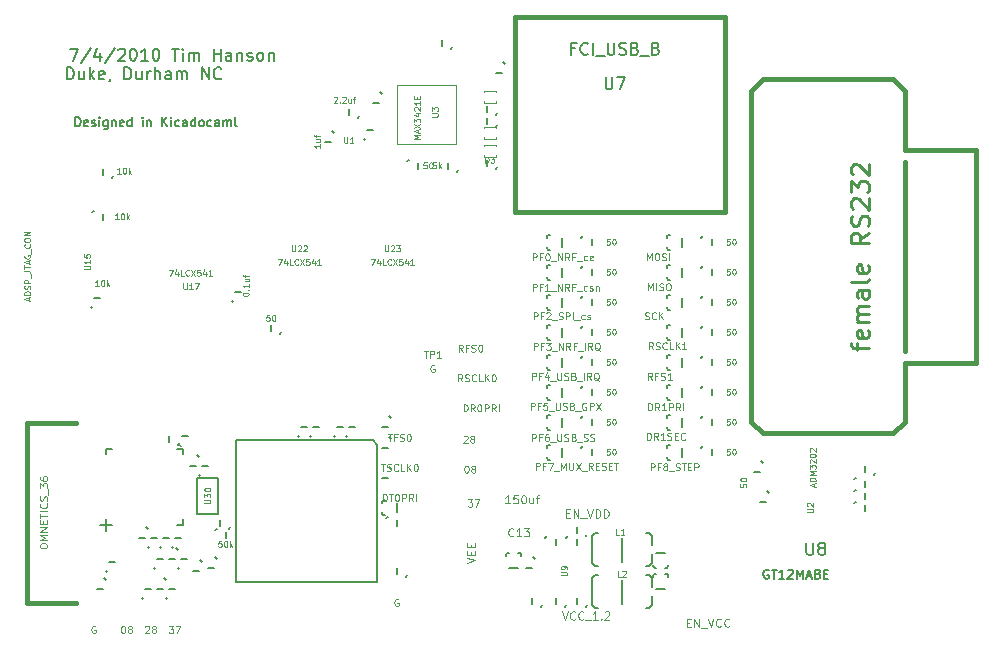
<source format=gto>
G04 (created by PCBNEW-RS274X (2010-03-14)-final) date Mon 05 Jul 2010 03:41:04 PM EDT*
G01*
G70*
G90*
%MOIN*%
G04 Gerber Fmt 3.4, Leading zero omitted, Abs format*
%FSLAX34Y34*%
G04 APERTURE LIST*
%ADD10C,0.001000*%
%ADD11C,0.005000*%
%ADD12C,0.015000*%
%ADD13C,0.006500*%
%ADD14C,0.008000*%
%ADD15C,0.001500*%
%ADD16C,0.003300*%
%ADD17C,0.004600*%
%ADD18C,0.010000*%
%ADD19C,0.006600*%
%ADD20C,0.006700*%
%ADD21C,0.004200*%
%ADD22C,0.003900*%
G04 APERTURE END LIST*
G54D10*
G54D11*
X24650Y-31950D02*
X24700Y-32000D01*
X24400Y-32300D02*
X24600Y-32300D01*
X25950Y-32650D02*
X25900Y-32600D01*
X26200Y-32300D02*
X26000Y-32300D01*
X26650Y-31950D02*
X26700Y-32000D01*
X26400Y-32300D02*
X26600Y-32300D01*
X26750Y-32650D02*
X26700Y-32600D01*
X27000Y-32300D02*
X26800Y-32300D01*
X27150Y-31650D02*
X27100Y-31600D01*
X27400Y-31300D02*
X27200Y-31300D01*
X27050Y-30950D02*
X27100Y-31000D01*
X26800Y-31300D02*
X27000Y-31300D01*
X26350Y-31650D02*
X26300Y-31600D01*
X26600Y-31300D02*
X26400Y-31300D01*
X24750Y-31750D02*
X24700Y-31700D01*
X25000Y-31400D02*
X24800Y-31400D01*
X27750Y-27850D02*
X27800Y-27900D01*
X27500Y-28200D02*
X27700Y-28200D01*
X26050Y-30250D02*
X26100Y-30300D01*
X25800Y-30600D02*
X26000Y-30600D01*
X27150Y-27450D02*
X27100Y-27500D01*
X26800Y-27200D02*
X26800Y-27400D01*
X26550Y-30950D02*
X26500Y-30900D01*
X26800Y-30600D02*
X26600Y-30600D01*
X26950Y-30950D02*
X26900Y-30900D01*
X27200Y-30600D02*
X27000Y-30600D01*
X26150Y-30950D02*
X26100Y-30900D01*
X26400Y-30600D02*
X26200Y-30600D01*
X28850Y-30250D02*
X28800Y-30300D01*
X28500Y-30000D02*
X28500Y-30200D01*
X27850Y-28550D02*
X27800Y-28500D01*
X28100Y-28200D02*
X27900Y-28200D01*
X34750Y-31850D02*
X34700Y-31900D01*
X34400Y-31600D02*
X34400Y-31800D01*
X34050Y-29950D02*
X34100Y-29900D01*
X34400Y-30200D02*
X34400Y-30000D01*
X27200Y-27550D02*
X27150Y-27500D01*
X27450Y-27200D02*
X27250Y-27200D01*
X24250Y-19750D02*
X24300Y-19700D01*
X24600Y-20000D02*
X24600Y-19800D01*
X24950Y-18550D02*
X24900Y-18600D01*
X24600Y-18300D02*
X24600Y-18500D01*
X24250Y-22950D02*
X24200Y-22900D01*
X24500Y-22600D02*
X24300Y-22600D01*
X40750Y-32850D02*
X40700Y-32900D01*
X40400Y-32600D02*
X40400Y-32800D01*
X40050Y-32850D02*
X40000Y-32900D01*
X39700Y-32600D02*
X39700Y-32800D01*
X40050Y-30600D02*
X40100Y-30550D01*
X40400Y-30850D02*
X40400Y-30650D01*
X39350Y-30600D02*
X39400Y-30550D01*
X39700Y-30850D02*
X39700Y-30650D01*
X40750Y-30500D02*
X40700Y-30550D01*
X40400Y-30250D02*
X40400Y-30450D01*
X38950Y-31250D02*
X39000Y-31300D01*
X38700Y-31600D02*
X38900Y-31600D01*
X27850Y-31350D02*
X27900Y-31400D01*
X27600Y-31700D02*
X27800Y-31700D01*
X28350Y-31250D02*
X28400Y-31300D01*
X28100Y-31600D02*
X28300Y-31600D01*
X33850Y-15750D02*
X33900Y-15800D01*
X33600Y-16100D02*
X33800Y-16100D01*
X37750Y-16850D02*
X37700Y-16900D01*
X37400Y-16600D02*
X37400Y-16800D01*
X37750Y-16450D02*
X37700Y-16500D01*
X37400Y-16200D02*
X37400Y-16400D01*
X37750Y-18250D02*
X37700Y-18300D01*
X37400Y-18000D02*
X37400Y-18200D01*
X36450Y-18350D02*
X36400Y-18400D01*
X36100Y-18100D02*
X36100Y-18300D01*
X34750Y-18050D02*
X34800Y-18000D01*
X35100Y-18300D02*
X35100Y-18100D01*
X37950Y-14750D02*
X38000Y-14800D01*
X37700Y-15100D02*
X37900Y-15100D01*
X36250Y-14250D02*
X36200Y-14300D01*
X35900Y-14000D02*
X35900Y-14200D01*
X40550Y-20600D02*
X40600Y-20550D01*
X40900Y-20850D02*
X40900Y-20650D01*
X40550Y-21600D02*
X40600Y-21550D01*
X40900Y-21850D02*
X40900Y-21650D01*
X40550Y-22600D02*
X40600Y-22550D01*
X40900Y-22850D02*
X40900Y-22650D01*
X40550Y-23600D02*
X40600Y-23550D01*
X40900Y-23850D02*
X40900Y-23650D01*
X49650Y-29050D02*
X49700Y-29000D01*
X50000Y-29300D02*
X50000Y-29100D01*
X50350Y-28450D02*
X50300Y-28500D01*
X50000Y-28200D02*
X50000Y-28400D01*
X46750Y-29050D02*
X46800Y-29100D01*
X46500Y-29400D02*
X46700Y-29400D01*
X49650Y-29450D02*
X49700Y-29400D01*
X50000Y-29700D02*
X50000Y-29500D01*
X49650Y-28650D02*
X49700Y-28600D01*
X50000Y-28900D02*
X50000Y-28700D01*
X39250Y-32850D02*
X39200Y-32900D01*
X38900Y-32600D02*
X38900Y-32800D01*
X40550Y-24600D02*
X40600Y-24550D01*
X40900Y-24850D02*
X40900Y-24650D01*
X40550Y-25600D02*
X40600Y-25550D01*
X40900Y-25850D02*
X40900Y-25650D01*
X40550Y-26600D02*
X40600Y-26550D01*
X40900Y-26850D02*
X40900Y-26650D01*
X40550Y-27600D02*
X40600Y-27550D01*
X40900Y-27850D02*
X40900Y-27650D01*
X33350Y-17350D02*
X33300Y-17300D01*
X33600Y-17000D02*
X33400Y-17000D01*
X33150Y-16550D02*
X33100Y-16600D01*
X32800Y-16300D02*
X32800Y-16500D01*
X32750Y-27250D02*
X32700Y-27200D01*
X33000Y-26900D02*
X32800Y-26900D01*
X31150Y-27250D02*
X31100Y-27200D01*
X31400Y-26900D02*
X31200Y-26900D01*
X31550Y-27250D02*
X31500Y-27200D01*
X31800Y-26900D02*
X31600Y-26900D01*
X32350Y-27250D02*
X32300Y-27200D01*
X32600Y-26900D02*
X32400Y-26900D01*
X28950Y-22750D02*
X28900Y-22700D01*
X29200Y-22400D02*
X29000Y-22400D01*
X44550Y-27600D02*
X44600Y-27550D01*
X44900Y-27850D02*
X44900Y-27650D01*
X44550Y-26600D02*
X44600Y-26550D01*
X44900Y-26850D02*
X44900Y-26650D01*
X44550Y-25600D02*
X44600Y-25550D01*
X44900Y-25850D02*
X44900Y-25650D01*
X44550Y-24600D02*
X44600Y-24550D01*
X44900Y-24850D02*
X44900Y-24650D01*
X44550Y-23600D02*
X44600Y-23550D01*
X44900Y-23850D02*
X44900Y-23650D01*
X44550Y-22600D02*
X44600Y-22550D01*
X44900Y-22850D02*
X44900Y-22650D01*
X44550Y-21600D02*
X44600Y-21550D01*
X44900Y-21850D02*
X44900Y-21650D01*
X44550Y-20600D02*
X44600Y-20550D01*
X44900Y-20850D02*
X44900Y-20650D01*
X34150Y-26550D02*
X34200Y-26600D01*
X33900Y-26900D02*
X34100Y-26900D01*
X34150Y-27250D02*
X34200Y-27300D01*
X33900Y-27600D02*
X34100Y-27600D01*
X34150Y-28250D02*
X34200Y-28300D01*
X33900Y-28600D02*
X34100Y-28600D01*
X43350Y-31600D02*
X43400Y-31600D01*
X43400Y-31600D02*
X43450Y-31550D01*
X43450Y-31550D02*
X43450Y-31500D01*
X42950Y-31500D02*
X42950Y-31550D01*
X42950Y-31550D02*
X43000Y-31600D01*
X43000Y-31600D02*
X43050Y-31600D01*
X43050Y-31100D02*
X43350Y-31100D01*
X43050Y-31800D02*
X43000Y-31800D01*
X43000Y-31800D02*
X42950Y-31850D01*
X42950Y-31850D02*
X42950Y-31900D01*
X43450Y-31900D02*
X43450Y-31850D01*
X43450Y-31850D02*
X43400Y-31800D01*
X43400Y-31800D02*
X43350Y-31800D01*
X43350Y-32300D02*
X43050Y-32300D01*
X38150Y-31100D02*
X38100Y-31100D01*
X38100Y-31100D02*
X38050Y-31150D01*
X38050Y-31150D02*
X38050Y-31200D01*
X38550Y-31200D02*
X38550Y-31150D01*
X38550Y-31150D02*
X38500Y-31100D01*
X38500Y-31100D02*
X38450Y-31100D01*
X38450Y-31600D02*
X38150Y-31600D01*
X33900Y-29750D02*
X33900Y-29800D01*
X33900Y-29800D02*
X33950Y-29850D01*
X33950Y-29850D02*
X34000Y-29850D01*
X34000Y-29350D02*
X33950Y-29350D01*
X33950Y-29350D02*
X33900Y-29400D01*
X33900Y-29400D02*
X33900Y-29450D01*
X34400Y-29450D02*
X34400Y-29750D01*
X39400Y-20900D02*
X39400Y-20950D01*
X39400Y-20950D02*
X39450Y-21000D01*
X39450Y-21000D02*
X39500Y-21000D01*
X39500Y-20500D02*
X39450Y-20500D01*
X39450Y-20500D02*
X39400Y-20550D01*
X39400Y-20550D02*
X39400Y-20600D01*
X39900Y-20600D02*
X39900Y-20900D01*
X39400Y-21900D02*
X39400Y-21950D01*
X39400Y-21950D02*
X39450Y-22000D01*
X39450Y-22000D02*
X39500Y-22000D01*
X39500Y-21500D02*
X39450Y-21500D01*
X39450Y-21500D02*
X39400Y-21550D01*
X39400Y-21550D02*
X39400Y-21600D01*
X39900Y-21600D02*
X39900Y-21900D01*
X39400Y-22900D02*
X39400Y-22950D01*
X39400Y-22950D02*
X39450Y-23000D01*
X39450Y-23000D02*
X39500Y-23000D01*
X39500Y-22500D02*
X39450Y-22500D01*
X39450Y-22500D02*
X39400Y-22550D01*
X39400Y-22550D02*
X39400Y-22600D01*
X39900Y-22600D02*
X39900Y-22900D01*
X39400Y-23900D02*
X39400Y-23950D01*
X39400Y-23950D02*
X39450Y-24000D01*
X39450Y-24000D02*
X39500Y-24000D01*
X39500Y-23500D02*
X39450Y-23500D01*
X39450Y-23500D02*
X39400Y-23550D01*
X39400Y-23550D02*
X39400Y-23600D01*
X39900Y-23600D02*
X39900Y-23900D01*
X39400Y-24900D02*
X39400Y-24950D01*
X39400Y-24950D02*
X39450Y-25000D01*
X39450Y-25000D02*
X39500Y-25000D01*
X39500Y-24500D02*
X39450Y-24500D01*
X39450Y-24500D02*
X39400Y-24550D01*
X39400Y-24550D02*
X39400Y-24600D01*
X39900Y-24600D02*
X39900Y-24900D01*
X39400Y-25900D02*
X39400Y-25950D01*
X39400Y-25950D02*
X39450Y-26000D01*
X39450Y-26000D02*
X39500Y-26000D01*
X39500Y-25500D02*
X39450Y-25500D01*
X39450Y-25500D02*
X39400Y-25550D01*
X39400Y-25550D02*
X39400Y-25600D01*
X39900Y-25600D02*
X39900Y-25900D01*
X39400Y-26900D02*
X39400Y-26950D01*
X39400Y-26950D02*
X39450Y-27000D01*
X39450Y-27000D02*
X39500Y-27000D01*
X39500Y-26500D02*
X39450Y-26500D01*
X39450Y-26500D02*
X39400Y-26550D01*
X39400Y-26550D02*
X39400Y-26600D01*
X39900Y-26600D02*
X39900Y-26900D01*
X39400Y-27900D02*
X39400Y-27950D01*
X39400Y-27950D02*
X39450Y-28000D01*
X39450Y-28000D02*
X39500Y-28000D01*
X39500Y-27500D02*
X39450Y-27500D01*
X39450Y-27500D02*
X39400Y-27550D01*
X39400Y-27550D02*
X39400Y-27600D01*
X39900Y-27600D02*
X39900Y-27900D01*
X43400Y-27900D02*
X43400Y-27950D01*
X43400Y-27950D02*
X43450Y-28000D01*
X43450Y-28000D02*
X43500Y-28000D01*
X43500Y-27500D02*
X43450Y-27500D01*
X43450Y-27500D02*
X43400Y-27550D01*
X43400Y-27550D02*
X43400Y-27600D01*
X43900Y-27600D02*
X43900Y-27900D01*
X43400Y-26900D02*
X43400Y-26950D01*
X43400Y-26950D02*
X43450Y-27000D01*
X43450Y-27000D02*
X43500Y-27000D01*
X43500Y-26500D02*
X43450Y-26500D01*
X43450Y-26500D02*
X43400Y-26550D01*
X43400Y-26550D02*
X43400Y-26600D01*
X43900Y-26600D02*
X43900Y-26900D01*
X43400Y-25900D02*
X43400Y-25950D01*
X43400Y-25950D02*
X43450Y-26000D01*
X43450Y-26000D02*
X43500Y-26000D01*
X43500Y-25500D02*
X43450Y-25500D01*
X43450Y-25500D02*
X43400Y-25550D01*
X43400Y-25550D02*
X43400Y-25600D01*
X43900Y-25600D02*
X43900Y-25900D01*
X43400Y-24900D02*
X43400Y-24950D01*
X43400Y-24950D02*
X43450Y-25000D01*
X43450Y-25000D02*
X43500Y-25000D01*
X43500Y-24500D02*
X43450Y-24500D01*
X43450Y-24500D02*
X43400Y-24550D01*
X43400Y-24550D02*
X43400Y-24600D01*
X43900Y-24600D02*
X43900Y-24900D01*
X43400Y-23900D02*
X43400Y-23950D01*
X43400Y-23950D02*
X43450Y-24000D01*
X43450Y-24000D02*
X43500Y-24000D01*
X43500Y-23500D02*
X43450Y-23500D01*
X43450Y-23500D02*
X43400Y-23550D01*
X43400Y-23550D02*
X43400Y-23600D01*
X43900Y-23600D02*
X43900Y-23900D01*
X43400Y-22900D02*
X43400Y-22950D01*
X43400Y-22950D02*
X43450Y-23000D01*
X43450Y-23000D02*
X43500Y-23000D01*
X43500Y-22500D02*
X43450Y-22500D01*
X43450Y-22500D02*
X43400Y-22550D01*
X43400Y-22550D02*
X43400Y-22600D01*
X43900Y-22600D02*
X43900Y-22900D01*
X43400Y-21900D02*
X43400Y-21950D01*
X43400Y-21950D02*
X43450Y-22000D01*
X43450Y-22000D02*
X43500Y-22000D01*
X43500Y-21500D02*
X43450Y-21500D01*
X43450Y-21500D02*
X43400Y-21550D01*
X43400Y-21550D02*
X43400Y-21600D01*
X43900Y-21600D02*
X43900Y-21900D01*
X43400Y-20900D02*
X43400Y-20950D01*
X43400Y-20950D02*
X43450Y-21000D01*
X43450Y-21000D02*
X43500Y-21000D01*
X43500Y-20500D02*
X43450Y-20500D01*
X43450Y-20500D02*
X43400Y-20550D01*
X43400Y-20550D02*
X43400Y-20600D01*
X43900Y-20600D02*
X43900Y-20900D01*
X42900Y-31150D02*
X42900Y-31450D01*
X42900Y-31450D02*
X42800Y-31550D01*
X42800Y-31550D02*
X42700Y-31550D01*
X42700Y-30450D02*
X42800Y-30450D01*
X42800Y-30450D02*
X42900Y-30550D01*
X42900Y-30550D02*
X42900Y-30850D01*
X41100Y-30450D02*
X41000Y-30450D01*
X41000Y-30450D02*
X40900Y-30550D01*
X40900Y-30550D02*
X40900Y-31450D01*
X40900Y-31450D02*
X41000Y-31550D01*
X41000Y-31550D02*
X41100Y-31550D01*
X41900Y-30600D02*
X41900Y-31400D01*
X42900Y-32550D02*
X42900Y-32850D01*
X42900Y-32850D02*
X42800Y-32950D01*
X42800Y-32950D02*
X42700Y-32950D01*
X42700Y-31850D02*
X42800Y-31850D01*
X42800Y-31850D02*
X42900Y-31950D01*
X42900Y-31950D02*
X42900Y-32250D01*
X41100Y-31850D02*
X41000Y-31850D01*
X41000Y-31850D02*
X40900Y-31950D01*
X40900Y-31950D02*
X40900Y-32850D01*
X40900Y-32850D02*
X41000Y-32950D01*
X41000Y-32950D02*
X41100Y-32950D01*
X41900Y-32000D02*
X41900Y-32800D01*
G54D12*
X51337Y-24363D02*
X51337Y-18063D01*
X46219Y-21213D02*
X46219Y-15701D01*
X46219Y-15701D02*
X46613Y-15307D01*
X46613Y-15307D02*
X50943Y-15307D01*
X50943Y-15307D02*
X51337Y-15701D01*
X51337Y-15701D02*
X51337Y-17670D01*
X51337Y-26725D02*
X51337Y-24756D01*
X51337Y-24756D02*
X53699Y-24756D01*
X53699Y-24756D02*
X53699Y-17670D01*
X53699Y-17670D02*
X51337Y-17670D01*
X46613Y-27119D02*
X50943Y-27119D01*
X50943Y-27119D02*
X51337Y-26725D01*
X46219Y-21213D02*
X46219Y-26725D01*
X46219Y-26725D02*
X46613Y-27119D01*
X45341Y-13240D02*
X38341Y-13240D01*
X38341Y-13240D02*
X38341Y-19740D01*
X38341Y-19740D02*
X45341Y-19740D01*
X45341Y-19740D02*
X45341Y-13240D01*
G54D13*
X33604Y-27338D02*
X33762Y-27496D01*
X33762Y-27496D02*
X33762Y-32062D01*
X33762Y-32062D02*
X29038Y-32062D01*
X29038Y-32062D02*
X29038Y-27338D01*
X29038Y-27338D02*
X33604Y-27338D01*
G54D12*
X23700Y-26775D02*
X22075Y-26775D01*
X22075Y-26775D02*
X22075Y-32775D01*
X22075Y-32775D02*
X23700Y-32775D01*
G54D14*
X24524Y-30180D02*
X24720Y-30180D01*
X24720Y-30180D02*
X24720Y-30376D01*
X27280Y-29983D02*
X27280Y-30180D01*
X27280Y-30180D02*
X27083Y-30180D01*
X27083Y-27620D02*
X27280Y-27620D01*
X27280Y-27620D02*
X27280Y-27817D01*
X24720Y-27817D02*
X24720Y-27620D01*
X24720Y-27620D02*
X24917Y-27620D01*
X24917Y-30180D02*
X24720Y-30180D01*
X24720Y-30180D02*
X24720Y-29983D01*
G54D15*
X37300Y-17900D02*
X37300Y-17850D01*
X37700Y-17900D02*
X37700Y-17850D01*
X37300Y-17550D02*
X37300Y-17500D01*
X37700Y-17550D02*
X37700Y-17500D01*
X37700Y-17500D02*
X37300Y-17500D01*
X37700Y-17900D02*
X37300Y-17900D01*
X37300Y-17300D02*
X37300Y-17250D01*
X37700Y-17300D02*
X37700Y-17250D01*
X37300Y-16950D02*
X37300Y-16900D01*
X37700Y-16950D02*
X37700Y-16900D01*
X37700Y-16900D02*
X37300Y-16900D01*
X37700Y-17300D02*
X37300Y-17300D01*
X37300Y-16100D02*
X37300Y-16050D01*
X37700Y-16100D02*
X37700Y-16050D01*
X37300Y-15750D02*
X37300Y-15700D01*
X37700Y-15750D02*
X37700Y-15700D01*
X37700Y-15700D02*
X37300Y-15700D01*
X37700Y-16100D02*
X37300Y-16100D01*
G54D11*
X28450Y-29800D02*
X27750Y-29800D01*
X27750Y-29800D02*
X27750Y-28600D01*
X27750Y-28600D02*
X28450Y-28600D01*
X28450Y-28600D02*
X28450Y-29800D01*
G54D15*
X36384Y-15516D02*
X36384Y-17484D01*
X36384Y-17484D02*
X34416Y-17484D01*
X34416Y-17484D02*
X34416Y-15516D01*
X34416Y-15516D02*
X36384Y-15516D01*
G54D11*
X46550Y-28050D02*
X46600Y-28100D01*
X46300Y-28400D02*
X46500Y-28400D01*
X30550Y-23750D02*
X30500Y-23800D01*
X30200Y-23500D02*
X30200Y-23700D01*
X32250Y-17050D02*
X32300Y-17100D01*
X32000Y-17400D02*
X32200Y-17400D01*
X28350Y-30350D02*
X28400Y-30300D01*
X28700Y-30600D02*
X28700Y-30400D01*
G54D16*
X25135Y-19979D02*
X25021Y-19979D01*
X25078Y-19979D02*
X25078Y-19779D01*
X25059Y-19808D01*
X25040Y-19827D01*
X25021Y-19836D01*
X25259Y-19779D02*
X25278Y-19779D01*
X25297Y-19788D01*
X25306Y-19798D01*
X25316Y-19817D01*
X25325Y-19855D01*
X25325Y-19903D01*
X25316Y-19941D01*
X25306Y-19960D01*
X25297Y-19969D01*
X25278Y-19979D01*
X25259Y-19979D01*
X25240Y-19969D01*
X25230Y-19960D01*
X25221Y-19941D01*
X25211Y-19903D01*
X25211Y-19855D01*
X25221Y-19817D01*
X25230Y-19798D01*
X25240Y-19788D01*
X25259Y-19779D01*
X25411Y-19979D02*
X25411Y-19779D01*
X25430Y-19903D02*
X25487Y-19979D01*
X25487Y-19846D02*
X25411Y-19922D01*
X25198Y-18460D02*
X25084Y-18460D01*
X25141Y-18460D02*
X25141Y-18260D01*
X25122Y-18289D01*
X25103Y-18308D01*
X25084Y-18317D01*
X25322Y-18260D02*
X25341Y-18260D01*
X25360Y-18269D01*
X25369Y-18279D01*
X25379Y-18298D01*
X25388Y-18336D01*
X25388Y-18384D01*
X25379Y-18422D01*
X25369Y-18441D01*
X25360Y-18450D01*
X25341Y-18460D01*
X25322Y-18460D01*
X25303Y-18450D01*
X25293Y-18441D01*
X25284Y-18422D01*
X25274Y-18384D01*
X25274Y-18336D01*
X25284Y-18298D01*
X25293Y-18279D01*
X25303Y-18269D01*
X25322Y-18260D01*
X25474Y-18460D02*
X25474Y-18260D01*
X25493Y-18384D02*
X25550Y-18460D01*
X25550Y-18327D02*
X25474Y-18403D01*
X24470Y-22207D02*
X24356Y-22207D01*
X24413Y-22207D02*
X24413Y-22007D01*
X24394Y-22036D01*
X24375Y-22055D01*
X24356Y-22064D01*
X24594Y-22007D02*
X24613Y-22007D01*
X24632Y-22016D01*
X24641Y-22026D01*
X24651Y-22045D01*
X24660Y-22083D01*
X24660Y-22131D01*
X24651Y-22169D01*
X24641Y-22188D01*
X24632Y-22197D01*
X24613Y-22207D01*
X24594Y-22207D01*
X24575Y-22197D01*
X24565Y-22188D01*
X24556Y-22169D01*
X24546Y-22131D01*
X24546Y-22083D01*
X24556Y-22045D01*
X24565Y-22026D01*
X24575Y-22016D01*
X24594Y-22007D01*
X24746Y-22207D02*
X24746Y-22007D01*
X24765Y-22131D02*
X24822Y-22207D01*
X24822Y-22074D02*
X24746Y-22150D01*
X35399Y-18083D02*
X35304Y-18083D01*
X35294Y-18178D01*
X35304Y-18169D01*
X35323Y-18159D01*
X35370Y-18159D01*
X35389Y-18169D01*
X35399Y-18178D01*
X35408Y-18197D01*
X35408Y-18245D01*
X35399Y-18264D01*
X35389Y-18273D01*
X35370Y-18283D01*
X35323Y-18283D01*
X35304Y-18273D01*
X35294Y-18264D01*
X35532Y-18083D02*
X35551Y-18083D01*
X35570Y-18092D01*
X35579Y-18102D01*
X35589Y-18121D01*
X35598Y-18159D01*
X35598Y-18207D01*
X35589Y-18245D01*
X35579Y-18264D01*
X35570Y-18273D01*
X35551Y-18283D01*
X35532Y-18283D01*
X35513Y-18273D01*
X35503Y-18264D01*
X35494Y-18245D01*
X35484Y-18207D01*
X35484Y-18159D01*
X35494Y-18121D01*
X35503Y-18102D01*
X35513Y-18092D01*
X35532Y-18083D01*
X35721Y-18079D02*
X35626Y-18079D01*
X35616Y-18174D01*
X35626Y-18165D01*
X35645Y-18155D01*
X35692Y-18155D01*
X35711Y-18165D01*
X35721Y-18174D01*
X35730Y-18193D01*
X35730Y-18241D01*
X35721Y-18260D01*
X35711Y-18269D01*
X35692Y-18279D01*
X35645Y-18279D01*
X35626Y-18269D01*
X35616Y-18260D01*
X35816Y-18279D02*
X35816Y-18079D01*
X35835Y-18203D02*
X35892Y-18279D01*
X35892Y-18146D02*
X35816Y-18222D01*
X41507Y-20629D02*
X41412Y-20629D01*
X41402Y-20724D01*
X41412Y-20715D01*
X41431Y-20705D01*
X41478Y-20705D01*
X41497Y-20715D01*
X41507Y-20724D01*
X41516Y-20743D01*
X41516Y-20791D01*
X41507Y-20810D01*
X41497Y-20819D01*
X41478Y-20829D01*
X41431Y-20829D01*
X41412Y-20819D01*
X41402Y-20810D01*
X41640Y-20629D02*
X41659Y-20629D01*
X41678Y-20638D01*
X41687Y-20648D01*
X41697Y-20667D01*
X41706Y-20705D01*
X41706Y-20753D01*
X41697Y-20791D01*
X41687Y-20810D01*
X41678Y-20819D01*
X41659Y-20829D01*
X41640Y-20829D01*
X41621Y-20819D01*
X41611Y-20810D01*
X41602Y-20791D01*
X41592Y-20753D01*
X41592Y-20705D01*
X41602Y-20667D01*
X41611Y-20648D01*
X41621Y-20638D01*
X41640Y-20629D01*
X41507Y-21629D02*
X41412Y-21629D01*
X41402Y-21724D01*
X41412Y-21715D01*
X41431Y-21705D01*
X41478Y-21705D01*
X41497Y-21715D01*
X41507Y-21724D01*
X41516Y-21743D01*
X41516Y-21791D01*
X41507Y-21810D01*
X41497Y-21819D01*
X41478Y-21829D01*
X41431Y-21829D01*
X41412Y-21819D01*
X41402Y-21810D01*
X41640Y-21629D02*
X41659Y-21629D01*
X41678Y-21638D01*
X41687Y-21648D01*
X41697Y-21667D01*
X41706Y-21705D01*
X41706Y-21753D01*
X41697Y-21791D01*
X41687Y-21810D01*
X41678Y-21819D01*
X41659Y-21829D01*
X41640Y-21829D01*
X41621Y-21819D01*
X41611Y-21810D01*
X41602Y-21791D01*
X41592Y-21753D01*
X41592Y-21705D01*
X41602Y-21667D01*
X41611Y-21648D01*
X41621Y-21638D01*
X41640Y-21629D01*
X41507Y-22629D02*
X41412Y-22629D01*
X41402Y-22724D01*
X41412Y-22715D01*
X41431Y-22705D01*
X41478Y-22705D01*
X41497Y-22715D01*
X41507Y-22724D01*
X41516Y-22743D01*
X41516Y-22791D01*
X41507Y-22810D01*
X41497Y-22819D01*
X41478Y-22829D01*
X41431Y-22829D01*
X41412Y-22819D01*
X41402Y-22810D01*
X41640Y-22629D02*
X41659Y-22629D01*
X41678Y-22638D01*
X41687Y-22648D01*
X41697Y-22667D01*
X41706Y-22705D01*
X41706Y-22753D01*
X41697Y-22791D01*
X41687Y-22810D01*
X41678Y-22819D01*
X41659Y-22829D01*
X41640Y-22829D01*
X41621Y-22819D01*
X41611Y-22810D01*
X41602Y-22791D01*
X41592Y-22753D01*
X41592Y-22705D01*
X41602Y-22667D01*
X41611Y-22648D01*
X41621Y-22638D01*
X41640Y-22629D01*
X41507Y-23629D02*
X41412Y-23629D01*
X41402Y-23724D01*
X41412Y-23715D01*
X41431Y-23705D01*
X41478Y-23705D01*
X41497Y-23715D01*
X41507Y-23724D01*
X41516Y-23743D01*
X41516Y-23791D01*
X41507Y-23810D01*
X41497Y-23819D01*
X41478Y-23829D01*
X41431Y-23829D01*
X41412Y-23819D01*
X41402Y-23810D01*
X41640Y-23629D02*
X41659Y-23629D01*
X41678Y-23638D01*
X41687Y-23648D01*
X41697Y-23667D01*
X41706Y-23705D01*
X41706Y-23753D01*
X41697Y-23791D01*
X41687Y-23810D01*
X41678Y-23819D01*
X41659Y-23829D01*
X41640Y-23829D01*
X41621Y-23819D01*
X41611Y-23810D01*
X41602Y-23791D01*
X41592Y-23753D01*
X41592Y-23705D01*
X41602Y-23667D01*
X41611Y-23648D01*
X41621Y-23638D01*
X41640Y-23629D01*
X41507Y-24629D02*
X41412Y-24629D01*
X41402Y-24724D01*
X41412Y-24715D01*
X41431Y-24705D01*
X41478Y-24705D01*
X41497Y-24715D01*
X41507Y-24724D01*
X41516Y-24743D01*
X41516Y-24791D01*
X41507Y-24810D01*
X41497Y-24819D01*
X41478Y-24829D01*
X41431Y-24829D01*
X41412Y-24819D01*
X41402Y-24810D01*
X41640Y-24629D02*
X41659Y-24629D01*
X41678Y-24638D01*
X41687Y-24648D01*
X41697Y-24667D01*
X41706Y-24705D01*
X41706Y-24753D01*
X41697Y-24791D01*
X41687Y-24810D01*
X41678Y-24819D01*
X41659Y-24829D01*
X41640Y-24829D01*
X41621Y-24819D01*
X41611Y-24810D01*
X41602Y-24791D01*
X41592Y-24753D01*
X41592Y-24705D01*
X41602Y-24667D01*
X41611Y-24648D01*
X41621Y-24638D01*
X41640Y-24629D01*
X41507Y-25629D02*
X41412Y-25629D01*
X41402Y-25724D01*
X41412Y-25715D01*
X41431Y-25705D01*
X41478Y-25705D01*
X41497Y-25715D01*
X41507Y-25724D01*
X41516Y-25743D01*
X41516Y-25791D01*
X41507Y-25810D01*
X41497Y-25819D01*
X41478Y-25829D01*
X41431Y-25829D01*
X41412Y-25819D01*
X41402Y-25810D01*
X41640Y-25629D02*
X41659Y-25629D01*
X41678Y-25638D01*
X41687Y-25648D01*
X41697Y-25667D01*
X41706Y-25705D01*
X41706Y-25753D01*
X41697Y-25791D01*
X41687Y-25810D01*
X41678Y-25819D01*
X41659Y-25829D01*
X41640Y-25829D01*
X41621Y-25819D01*
X41611Y-25810D01*
X41602Y-25791D01*
X41592Y-25753D01*
X41592Y-25705D01*
X41602Y-25667D01*
X41611Y-25648D01*
X41621Y-25638D01*
X41640Y-25629D01*
X41507Y-26629D02*
X41412Y-26629D01*
X41402Y-26724D01*
X41412Y-26715D01*
X41431Y-26705D01*
X41478Y-26705D01*
X41497Y-26715D01*
X41507Y-26724D01*
X41516Y-26743D01*
X41516Y-26791D01*
X41507Y-26810D01*
X41497Y-26819D01*
X41478Y-26829D01*
X41431Y-26829D01*
X41412Y-26819D01*
X41402Y-26810D01*
X41640Y-26629D02*
X41659Y-26629D01*
X41678Y-26638D01*
X41687Y-26648D01*
X41697Y-26667D01*
X41706Y-26705D01*
X41706Y-26753D01*
X41697Y-26791D01*
X41687Y-26810D01*
X41678Y-26819D01*
X41659Y-26829D01*
X41640Y-26829D01*
X41621Y-26819D01*
X41611Y-26810D01*
X41602Y-26791D01*
X41592Y-26753D01*
X41592Y-26705D01*
X41602Y-26667D01*
X41611Y-26648D01*
X41621Y-26638D01*
X41640Y-26629D01*
X41507Y-27629D02*
X41412Y-27629D01*
X41402Y-27724D01*
X41412Y-27715D01*
X41431Y-27705D01*
X41478Y-27705D01*
X41497Y-27715D01*
X41507Y-27724D01*
X41516Y-27743D01*
X41516Y-27791D01*
X41507Y-27810D01*
X41497Y-27819D01*
X41478Y-27829D01*
X41431Y-27829D01*
X41412Y-27819D01*
X41402Y-27810D01*
X41640Y-27629D02*
X41659Y-27629D01*
X41678Y-27638D01*
X41687Y-27648D01*
X41697Y-27667D01*
X41706Y-27705D01*
X41706Y-27753D01*
X41697Y-27791D01*
X41687Y-27810D01*
X41678Y-27819D01*
X41659Y-27829D01*
X41640Y-27829D01*
X41621Y-27819D01*
X41611Y-27810D01*
X41602Y-27791D01*
X41592Y-27753D01*
X41592Y-27705D01*
X41602Y-27667D01*
X41611Y-27648D01*
X41621Y-27638D01*
X41640Y-27629D01*
X32309Y-15918D02*
X32319Y-15908D01*
X32338Y-15899D01*
X32385Y-15899D01*
X32404Y-15908D01*
X32414Y-15918D01*
X32423Y-15937D01*
X32423Y-15956D01*
X32414Y-15985D01*
X32300Y-16099D01*
X32423Y-16099D01*
X32509Y-16080D02*
X32518Y-16089D01*
X32509Y-16099D01*
X32499Y-16089D01*
X32509Y-16080D01*
X32509Y-16099D01*
X32594Y-15918D02*
X32604Y-15908D01*
X32623Y-15899D01*
X32670Y-15899D01*
X32689Y-15908D01*
X32699Y-15918D01*
X32708Y-15937D01*
X32708Y-15956D01*
X32699Y-15985D01*
X32585Y-16099D01*
X32708Y-16099D01*
X32879Y-15966D02*
X32879Y-16099D01*
X32794Y-15966D02*
X32794Y-16070D01*
X32803Y-16089D01*
X32822Y-16099D01*
X32851Y-16099D01*
X32870Y-16089D01*
X32879Y-16080D01*
X32946Y-15966D02*
X33022Y-15966D01*
X32975Y-16099D02*
X32975Y-15928D01*
X32984Y-15908D01*
X33003Y-15899D01*
X33022Y-15899D01*
X29269Y-22486D02*
X29269Y-22467D01*
X29278Y-22448D01*
X29288Y-22439D01*
X29307Y-22429D01*
X29345Y-22420D01*
X29393Y-22420D01*
X29431Y-22429D01*
X29450Y-22439D01*
X29459Y-22448D01*
X29469Y-22467D01*
X29469Y-22486D01*
X29459Y-22505D01*
X29450Y-22515D01*
X29431Y-22524D01*
X29393Y-22534D01*
X29345Y-22534D01*
X29307Y-22524D01*
X29288Y-22515D01*
X29278Y-22505D01*
X29269Y-22486D01*
X29450Y-22334D02*
X29459Y-22325D01*
X29469Y-22334D01*
X29459Y-22344D01*
X29450Y-22334D01*
X29469Y-22334D01*
X29469Y-22135D02*
X29469Y-22249D01*
X29469Y-22192D02*
X29269Y-22192D01*
X29298Y-22211D01*
X29317Y-22230D01*
X29326Y-22249D01*
X29336Y-21964D02*
X29469Y-21964D01*
X29336Y-22049D02*
X29440Y-22049D01*
X29459Y-22040D01*
X29469Y-22021D01*
X29469Y-21992D01*
X29459Y-21973D01*
X29450Y-21964D01*
X29336Y-21897D02*
X29336Y-21821D01*
X29469Y-21868D02*
X29298Y-21868D01*
X29278Y-21859D01*
X29269Y-21840D01*
X29269Y-21821D01*
X45507Y-27629D02*
X45412Y-27629D01*
X45402Y-27724D01*
X45412Y-27715D01*
X45431Y-27705D01*
X45478Y-27705D01*
X45497Y-27715D01*
X45507Y-27724D01*
X45516Y-27743D01*
X45516Y-27791D01*
X45507Y-27810D01*
X45497Y-27819D01*
X45478Y-27829D01*
X45431Y-27829D01*
X45412Y-27819D01*
X45402Y-27810D01*
X45640Y-27629D02*
X45659Y-27629D01*
X45678Y-27638D01*
X45687Y-27648D01*
X45697Y-27667D01*
X45706Y-27705D01*
X45706Y-27753D01*
X45697Y-27791D01*
X45687Y-27810D01*
X45678Y-27819D01*
X45659Y-27829D01*
X45640Y-27829D01*
X45621Y-27819D01*
X45611Y-27810D01*
X45602Y-27791D01*
X45592Y-27753D01*
X45592Y-27705D01*
X45602Y-27667D01*
X45611Y-27648D01*
X45621Y-27638D01*
X45640Y-27629D01*
X45507Y-26629D02*
X45412Y-26629D01*
X45402Y-26724D01*
X45412Y-26715D01*
X45431Y-26705D01*
X45478Y-26705D01*
X45497Y-26715D01*
X45507Y-26724D01*
X45516Y-26743D01*
X45516Y-26791D01*
X45507Y-26810D01*
X45497Y-26819D01*
X45478Y-26829D01*
X45431Y-26829D01*
X45412Y-26819D01*
X45402Y-26810D01*
X45640Y-26629D02*
X45659Y-26629D01*
X45678Y-26638D01*
X45687Y-26648D01*
X45697Y-26667D01*
X45706Y-26705D01*
X45706Y-26753D01*
X45697Y-26791D01*
X45687Y-26810D01*
X45678Y-26819D01*
X45659Y-26829D01*
X45640Y-26829D01*
X45621Y-26819D01*
X45611Y-26810D01*
X45602Y-26791D01*
X45592Y-26753D01*
X45592Y-26705D01*
X45602Y-26667D01*
X45611Y-26648D01*
X45621Y-26638D01*
X45640Y-26629D01*
X45507Y-25629D02*
X45412Y-25629D01*
X45402Y-25724D01*
X45412Y-25715D01*
X45431Y-25705D01*
X45478Y-25705D01*
X45497Y-25715D01*
X45507Y-25724D01*
X45516Y-25743D01*
X45516Y-25791D01*
X45507Y-25810D01*
X45497Y-25819D01*
X45478Y-25829D01*
X45431Y-25829D01*
X45412Y-25819D01*
X45402Y-25810D01*
X45640Y-25629D02*
X45659Y-25629D01*
X45678Y-25638D01*
X45687Y-25648D01*
X45697Y-25667D01*
X45706Y-25705D01*
X45706Y-25753D01*
X45697Y-25791D01*
X45687Y-25810D01*
X45678Y-25819D01*
X45659Y-25829D01*
X45640Y-25829D01*
X45621Y-25819D01*
X45611Y-25810D01*
X45602Y-25791D01*
X45592Y-25753D01*
X45592Y-25705D01*
X45602Y-25667D01*
X45611Y-25648D01*
X45621Y-25638D01*
X45640Y-25629D01*
X45507Y-24629D02*
X45412Y-24629D01*
X45402Y-24724D01*
X45412Y-24715D01*
X45431Y-24705D01*
X45478Y-24705D01*
X45497Y-24715D01*
X45507Y-24724D01*
X45516Y-24743D01*
X45516Y-24791D01*
X45507Y-24810D01*
X45497Y-24819D01*
X45478Y-24829D01*
X45431Y-24829D01*
X45412Y-24819D01*
X45402Y-24810D01*
X45640Y-24629D02*
X45659Y-24629D01*
X45678Y-24638D01*
X45687Y-24648D01*
X45697Y-24667D01*
X45706Y-24705D01*
X45706Y-24753D01*
X45697Y-24791D01*
X45687Y-24810D01*
X45678Y-24819D01*
X45659Y-24829D01*
X45640Y-24829D01*
X45621Y-24819D01*
X45611Y-24810D01*
X45602Y-24791D01*
X45592Y-24753D01*
X45592Y-24705D01*
X45602Y-24667D01*
X45611Y-24648D01*
X45621Y-24638D01*
X45640Y-24629D01*
X45507Y-23629D02*
X45412Y-23629D01*
X45402Y-23724D01*
X45412Y-23715D01*
X45431Y-23705D01*
X45478Y-23705D01*
X45497Y-23715D01*
X45507Y-23724D01*
X45516Y-23743D01*
X45516Y-23791D01*
X45507Y-23810D01*
X45497Y-23819D01*
X45478Y-23829D01*
X45431Y-23829D01*
X45412Y-23819D01*
X45402Y-23810D01*
X45640Y-23629D02*
X45659Y-23629D01*
X45678Y-23638D01*
X45687Y-23648D01*
X45697Y-23667D01*
X45706Y-23705D01*
X45706Y-23753D01*
X45697Y-23791D01*
X45687Y-23810D01*
X45678Y-23819D01*
X45659Y-23829D01*
X45640Y-23829D01*
X45621Y-23819D01*
X45611Y-23810D01*
X45602Y-23791D01*
X45592Y-23753D01*
X45592Y-23705D01*
X45602Y-23667D01*
X45611Y-23648D01*
X45621Y-23638D01*
X45640Y-23629D01*
X45507Y-22629D02*
X45412Y-22629D01*
X45402Y-22724D01*
X45412Y-22715D01*
X45431Y-22705D01*
X45478Y-22705D01*
X45497Y-22715D01*
X45507Y-22724D01*
X45516Y-22743D01*
X45516Y-22791D01*
X45507Y-22810D01*
X45497Y-22819D01*
X45478Y-22829D01*
X45431Y-22829D01*
X45412Y-22819D01*
X45402Y-22810D01*
X45640Y-22629D02*
X45659Y-22629D01*
X45678Y-22638D01*
X45687Y-22648D01*
X45697Y-22667D01*
X45706Y-22705D01*
X45706Y-22753D01*
X45697Y-22791D01*
X45687Y-22810D01*
X45678Y-22819D01*
X45659Y-22829D01*
X45640Y-22829D01*
X45621Y-22819D01*
X45611Y-22810D01*
X45602Y-22791D01*
X45592Y-22753D01*
X45592Y-22705D01*
X45602Y-22667D01*
X45611Y-22648D01*
X45621Y-22638D01*
X45640Y-22629D01*
X45507Y-21629D02*
X45412Y-21629D01*
X45402Y-21724D01*
X45412Y-21715D01*
X45431Y-21705D01*
X45478Y-21705D01*
X45497Y-21715D01*
X45507Y-21724D01*
X45516Y-21743D01*
X45516Y-21791D01*
X45507Y-21810D01*
X45497Y-21819D01*
X45478Y-21829D01*
X45431Y-21829D01*
X45412Y-21819D01*
X45402Y-21810D01*
X45640Y-21629D02*
X45659Y-21629D01*
X45678Y-21638D01*
X45687Y-21648D01*
X45697Y-21667D01*
X45706Y-21705D01*
X45706Y-21753D01*
X45697Y-21791D01*
X45687Y-21810D01*
X45678Y-21819D01*
X45659Y-21829D01*
X45640Y-21829D01*
X45621Y-21819D01*
X45611Y-21810D01*
X45602Y-21791D01*
X45592Y-21753D01*
X45592Y-21705D01*
X45602Y-21667D01*
X45611Y-21648D01*
X45621Y-21638D01*
X45640Y-21629D01*
X45507Y-20629D02*
X45412Y-20629D01*
X45402Y-20724D01*
X45412Y-20715D01*
X45431Y-20705D01*
X45478Y-20705D01*
X45497Y-20715D01*
X45507Y-20724D01*
X45516Y-20743D01*
X45516Y-20791D01*
X45507Y-20810D01*
X45497Y-20819D01*
X45478Y-20829D01*
X45431Y-20829D01*
X45412Y-20819D01*
X45402Y-20810D01*
X45640Y-20629D02*
X45659Y-20629D01*
X45678Y-20638D01*
X45687Y-20648D01*
X45697Y-20667D01*
X45706Y-20705D01*
X45706Y-20753D01*
X45697Y-20791D01*
X45687Y-20810D01*
X45678Y-20819D01*
X45659Y-20829D01*
X45640Y-20829D01*
X45621Y-20819D01*
X45611Y-20810D01*
X45602Y-20791D01*
X45592Y-20753D01*
X45592Y-20705D01*
X45602Y-20667D01*
X45611Y-20648D01*
X45621Y-20638D01*
X45640Y-20629D01*
X41822Y-30494D02*
X41727Y-30494D01*
X41727Y-30294D01*
X41993Y-30494D02*
X41879Y-30494D01*
X41936Y-30494D02*
X41936Y-30294D01*
X41917Y-30323D01*
X41898Y-30342D01*
X41879Y-30351D01*
X41872Y-31894D02*
X41777Y-31894D01*
X41777Y-31694D01*
X41929Y-31713D02*
X41939Y-31703D01*
X41958Y-31694D01*
X42005Y-31694D01*
X42024Y-31703D01*
X42034Y-31713D01*
X42043Y-31732D01*
X42043Y-31751D01*
X42034Y-31780D01*
X41920Y-31894D01*
X42043Y-31894D01*
G54D17*
X36736Y-31442D02*
X37012Y-31350D01*
X36736Y-31258D01*
X36867Y-31165D02*
X36867Y-31073D01*
X37012Y-31034D02*
X37012Y-31165D01*
X36736Y-31165D01*
X36736Y-31034D01*
X36867Y-30915D02*
X36867Y-30823D01*
X37012Y-30784D02*
X37012Y-30915D01*
X36736Y-30915D01*
X36736Y-30784D01*
X40054Y-29779D02*
X40146Y-29779D01*
X40185Y-29924D02*
X40054Y-29924D01*
X40054Y-29648D01*
X40185Y-29648D01*
X40304Y-29924D02*
X40304Y-29648D01*
X40461Y-29924D01*
X40461Y-29648D01*
X40527Y-29950D02*
X40737Y-29950D01*
X40763Y-29648D02*
X40855Y-29924D01*
X40947Y-29648D01*
X41040Y-29924D02*
X41040Y-29648D01*
X41105Y-29648D01*
X41145Y-29661D01*
X41171Y-29687D01*
X41184Y-29713D01*
X41197Y-29766D01*
X41197Y-29805D01*
X41184Y-29858D01*
X41171Y-29884D01*
X41145Y-29911D01*
X41105Y-29924D01*
X41040Y-29924D01*
X41316Y-29924D02*
X41316Y-29648D01*
X41381Y-29648D01*
X41421Y-29661D01*
X41447Y-29687D01*
X41460Y-29713D01*
X41473Y-29766D01*
X41473Y-29805D01*
X41460Y-29858D01*
X41447Y-29884D01*
X41421Y-29911D01*
X41381Y-29924D01*
X41316Y-29924D01*
X44070Y-33421D02*
X44162Y-33421D01*
X44201Y-33566D02*
X44070Y-33566D01*
X44070Y-33290D01*
X44201Y-33290D01*
X44320Y-33566D02*
X44320Y-33290D01*
X44477Y-33566D01*
X44477Y-33290D01*
X44543Y-33592D02*
X44753Y-33592D01*
X44779Y-33290D02*
X44871Y-33566D01*
X44963Y-33290D01*
X45213Y-33539D02*
X45200Y-33553D01*
X45161Y-33566D01*
X45135Y-33566D01*
X45095Y-33553D01*
X45069Y-33526D01*
X45056Y-33500D01*
X45043Y-33447D01*
X45043Y-33408D01*
X45056Y-33355D01*
X45069Y-33329D01*
X45095Y-33303D01*
X45135Y-33290D01*
X45161Y-33290D01*
X45200Y-33303D01*
X45213Y-33316D01*
X45489Y-33539D02*
X45476Y-33553D01*
X45437Y-33566D01*
X45411Y-33566D01*
X45371Y-33553D01*
X45345Y-33526D01*
X45332Y-33500D01*
X45319Y-33447D01*
X45319Y-33408D01*
X45332Y-33355D01*
X45345Y-33329D01*
X45371Y-33303D01*
X45411Y-33290D01*
X45437Y-33290D01*
X45476Y-33303D01*
X45489Y-33316D01*
X38293Y-30526D02*
X38280Y-30540D01*
X38241Y-30553D01*
X38215Y-30553D01*
X38175Y-30540D01*
X38149Y-30513D01*
X38136Y-30487D01*
X38123Y-30434D01*
X38123Y-30395D01*
X38136Y-30342D01*
X38149Y-30316D01*
X38175Y-30290D01*
X38215Y-30277D01*
X38241Y-30277D01*
X38280Y-30290D01*
X38293Y-30303D01*
X38556Y-30553D02*
X38399Y-30553D01*
X38477Y-30553D02*
X38477Y-30277D01*
X38451Y-30316D01*
X38425Y-30342D01*
X38399Y-30356D01*
X38648Y-30277D02*
X38819Y-30277D01*
X38727Y-30382D01*
X38767Y-30382D01*
X38793Y-30395D01*
X38806Y-30408D01*
X38819Y-30434D01*
X38819Y-30500D01*
X38806Y-30526D01*
X38793Y-30540D01*
X38767Y-30553D01*
X38688Y-30553D01*
X38662Y-30540D01*
X38648Y-30526D01*
X38185Y-29451D02*
X38028Y-29451D01*
X38106Y-29451D02*
X38106Y-29175D01*
X38080Y-29214D01*
X38054Y-29240D01*
X38028Y-29254D01*
X38435Y-29175D02*
X38304Y-29175D01*
X38291Y-29306D01*
X38304Y-29293D01*
X38330Y-29280D01*
X38396Y-29280D01*
X38422Y-29293D01*
X38435Y-29306D01*
X38448Y-29332D01*
X38448Y-29398D01*
X38435Y-29424D01*
X38422Y-29438D01*
X38396Y-29451D01*
X38330Y-29451D01*
X38304Y-29438D01*
X38291Y-29424D01*
X38619Y-29175D02*
X38646Y-29175D01*
X38672Y-29188D01*
X38685Y-29201D01*
X38698Y-29227D01*
X38711Y-29280D01*
X38711Y-29346D01*
X38698Y-29398D01*
X38685Y-29424D01*
X38672Y-29438D01*
X38646Y-29451D01*
X38619Y-29451D01*
X38593Y-29438D01*
X38580Y-29424D01*
X38567Y-29398D01*
X38554Y-29346D01*
X38554Y-29280D01*
X38567Y-29227D01*
X38580Y-29201D01*
X38593Y-29188D01*
X38619Y-29175D01*
X38948Y-29267D02*
X38948Y-29451D01*
X38830Y-29267D02*
X38830Y-29411D01*
X38843Y-29438D01*
X38869Y-29451D01*
X38909Y-29451D01*
X38935Y-29438D01*
X38948Y-29424D01*
X39040Y-29267D02*
X39145Y-29267D01*
X39080Y-29451D02*
X39080Y-29214D01*
X39093Y-29188D01*
X39119Y-29175D01*
X39145Y-29175D01*
X39917Y-33051D02*
X40009Y-33327D01*
X40101Y-33051D01*
X40351Y-33300D02*
X40338Y-33314D01*
X40299Y-33327D01*
X40273Y-33327D01*
X40233Y-33314D01*
X40207Y-33287D01*
X40194Y-33261D01*
X40181Y-33208D01*
X40181Y-33169D01*
X40194Y-33116D01*
X40207Y-33090D01*
X40233Y-33064D01*
X40273Y-33051D01*
X40299Y-33051D01*
X40338Y-33064D01*
X40351Y-33077D01*
X40627Y-33300D02*
X40614Y-33314D01*
X40575Y-33327D01*
X40549Y-33327D01*
X40509Y-33314D01*
X40483Y-33287D01*
X40470Y-33261D01*
X40457Y-33208D01*
X40457Y-33169D01*
X40470Y-33116D01*
X40483Y-33090D01*
X40509Y-33064D01*
X40549Y-33051D01*
X40575Y-33051D01*
X40614Y-33064D01*
X40627Y-33077D01*
X40680Y-33353D02*
X40890Y-33353D01*
X41100Y-33327D02*
X40943Y-33327D01*
X41021Y-33327D02*
X41021Y-33051D01*
X40995Y-33090D01*
X40969Y-33116D01*
X40943Y-33130D01*
X41219Y-33300D02*
X41232Y-33314D01*
X41219Y-33327D01*
X41206Y-33314D01*
X41219Y-33300D01*
X41219Y-33327D01*
X41337Y-33077D02*
X41350Y-33064D01*
X41376Y-33051D01*
X41442Y-33051D01*
X41468Y-33064D01*
X41481Y-33077D01*
X41494Y-33103D01*
X41494Y-33130D01*
X41481Y-33169D01*
X41323Y-33327D01*
X41494Y-33327D01*
G54D16*
X23981Y-21647D02*
X24143Y-21647D01*
X24162Y-21638D01*
X24171Y-21628D01*
X24181Y-21609D01*
X24181Y-21571D01*
X24171Y-21552D01*
X24162Y-21543D01*
X24143Y-21533D01*
X23981Y-21533D01*
X24181Y-21333D02*
X24181Y-21447D01*
X24181Y-21390D02*
X23981Y-21390D01*
X24010Y-21409D01*
X24029Y-21428D01*
X24038Y-21447D01*
X23981Y-21152D02*
X23981Y-21247D01*
X24076Y-21257D01*
X24067Y-21247D01*
X24057Y-21228D01*
X24057Y-21181D01*
X24067Y-21162D01*
X24076Y-21152D01*
X24095Y-21143D01*
X24143Y-21143D01*
X24162Y-21152D01*
X24171Y-21162D01*
X24181Y-21181D01*
X24181Y-21228D01*
X24171Y-21247D01*
X24162Y-21257D01*
X22136Y-22676D02*
X22136Y-22581D01*
X22193Y-22695D02*
X21993Y-22628D01*
X22193Y-22562D01*
X22193Y-22495D02*
X21993Y-22495D01*
X21993Y-22448D01*
X22002Y-22419D01*
X22022Y-22400D01*
X22041Y-22391D01*
X22079Y-22381D01*
X22107Y-22381D01*
X22145Y-22391D01*
X22164Y-22400D01*
X22183Y-22419D01*
X22193Y-22448D01*
X22193Y-22495D01*
X22183Y-22305D02*
X22193Y-22276D01*
X22193Y-22229D01*
X22183Y-22210D01*
X22174Y-22200D01*
X22155Y-22191D01*
X22136Y-22191D01*
X22117Y-22200D01*
X22107Y-22210D01*
X22098Y-22229D01*
X22088Y-22267D01*
X22079Y-22286D01*
X22069Y-22295D01*
X22050Y-22305D01*
X22031Y-22305D01*
X22012Y-22295D01*
X22002Y-22286D01*
X21993Y-22267D01*
X21993Y-22219D01*
X22002Y-22191D01*
X22193Y-22105D02*
X21993Y-22105D01*
X21993Y-22029D01*
X22002Y-22010D01*
X22012Y-22001D01*
X22031Y-21991D01*
X22060Y-21991D01*
X22079Y-22001D01*
X22088Y-22010D01*
X22098Y-22029D01*
X22098Y-22105D01*
X22212Y-21953D02*
X22212Y-21801D01*
X21993Y-21696D02*
X22136Y-21696D01*
X22164Y-21706D01*
X22183Y-21725D01*
X22193Y-21753D01*
X22193Y-21772D01*
X21993Y-21630D02*
X21993Y-21516D01*
X22193Y-21573D02*
X21993Y-21573D01*
X22136Y-21459D02*
X22136Y-21364D01*
X22193Y-21478D02*
X21993Y-21411D01*
X22193Y-21345D01*
X22002Y-21174D02*
X21993Y-21193D01*
X21993Y-21221D01*
X22002Y-21250D01*
X22022Y-21269D01*
X22041Y-21278D01*
X22079Y-21288D01*
X22107Y-21288D01*
X22145Y-21278D01*
X22164Y-21269D01*
X22183Y-21250D01*
X22193Y-21221D01*
X22193Y-21202D01*
X22183Y-21174D01*
X22174Y-21164D01*
X22107Y-21164D01*
X22107Y-21202D01*
X22212Y-21126D02*
X22212Y-20974D01*
X22174Y-20812D02*
X22183Y-20822D01*
X22193Y-20850D01*
X22193Y-20869D01*
X22183Y-20898D01*
X22164Y-20917D01*
X22145Y-20926D01*
X22107Y-20936D01*
X22079Y-20936D01*
X22041Y-20926D01*
X22022Y-20917D01*
X22002Y-20898D01*
X21993Y-20869D01*
X21993Y-20850D01*
X22002Y-20822D01*
X22012Y-20812D01*
X21993Y-20688D02*
X21993Y-20650D01*
X22002Y-20631D01*
X22022Y-20612D01*
X22060Y-20603D01*
X22126Y-20603D01*
X22164Y-20612D01*
X22183Y-20631D01*
X22193Y-20650D01*
X22193Y-20688D01*
X22183Y-20707D01*
X22164Y-20726D01*
X22126Y-20736D01*
X22060Y-20736D01*
X22022Y-20726D01*
X22002Y-20707D01*
X21993Y-20688D01*
X22193Y-20516D02*
X21993Y-20516D01*
X22193Y-20402D01*
X21993Y-20402D01*
G54D18*
X49743Y-24340D02*
X49743Y-24111D01*
X50143Y-24254D02*
X49629Y-24254D01*
X49571Y-24226D01*
X49543Y-24168D01*
X49543Y-24111D01*
X50114Y-23683D02*
X50143Y-23740D01*
X50143Y-23854D01*
X50114Y-23911D01*
X50057Y-23940D01*
X49829Y-23940D01*
X49771Y-23911D01*
X49743Y-23854D01*
X49743Y-23740D01*
X49771Y-23683D01*
X49829Y-23654D01*
X49886Y-23654D01*
X49943Y-23940D01*
X50143Y-23397D02*
X49743Y-23397D01*
X49800Y-23397D02*
X49771Y-23369D01*
X49743Y-23311D01*
X49743Y-23226D01*
X49771Y-23169D01*
X49829Y-23140D01*
X50143Y-23140D01*
X49829Y-23140D02*
X49771Y-23111D01*
X49743Y-23054D01*
X49743Y-22969D01*
X49771Y-22911D01*
X49829Y-22883D01*
X50143Y-22883D01*
X50143Y-22340D02*
X49829Y-22340D01*
X49771Y-22369D01*
X49743Y-22426D01*
X49743Y-22540D01*
X49771Y-22597D01*
X50114Y-22340D02*
X50143Y-22397D01*
X50143Y-22540D01*
X50114Y-22597D01*
X50057Y-22626D01*
X50000Y-22626D01*
X49943Y-22597D01*
X49914Y-22540D01*
X49914Y-22397D01*
X49886Y-22340D01*
X50143Y-21968D02*
X50114Y-22026D01*
X50057Y-22054D01*
X49543Y-22054D01*
X50114Y-21512D02*
X50143Y-21569D01*
X50143Y-21683D01*
X50114Y-21740D01*
X50057Y-21769D01*
X49829Y-21769D01*
X49771Y-21740D01*
X49743Y-21683D01*
X49743Y-21569D01*
X49771Y-21512D01*
X49829Y-21483D01*
X49886Y-21483D01*
X49943Y-21769D01*
X50143Y-20426D02*
X49857Y-20626D01*
X50143Y-20769D02*
X49543Y-20769D01*
X49543Y-20541D01*
X49571Y-20483D01*
X49600Y-20455D01*
X49657Y-20426D01*
X49743Y-20426D01*
X49800Y-20455D01*
X49829Y-20483D01*
X49857Y-20541D01*
X49857Y-20769D01*
X50114Y-20198D02*
X50143Y-20112D01*
X50143Y-19969D01*
X50114Y-19912D01*
X50086Y-19883D01*
X50029Y-19855D01*
X49971Y-19855D01*
X49914Y-19883D01*
X49886Y-19912D01*
X49857Y-19969D01*
X49829Y-20083D01*
X49800Y-20141D01*
X49771Y-20169D01*
X49714Y-20198D01*
X49657Y-20198D01*
X49600Y-20169D01*
X49571Y-20141D01*
X49543Y-20083D01*
X49543Y-19941D01*
X49571Y-19855D01*
X49600Y-19627D02*
X49571Y-19598D01*
X49543Y-19541D01*
X49543Y-19398D01*
X49571Y-19341D01*
X49600Y-19312D01*
X49657Y-19284D01*
X49714Y-19284D01*
X49800Y-19312D01*
X50143Y-19655D01*
X50143Y-19284D01*
X49543Y-19084D02*
X49543Y-18713D01*
X49771Y-18913D01*
X49771Y-18827D01*
X49800Y-18770D01*
X49829Y-18741D01*
X49886Y-18713D01*
X50029Y-18713D01*
X50086Y-18741D01*
X50114Y-18770D01*
X50143Y-18827D01*
X50143Y-18999D01*
X50114Y-19056D01*
X50086Y-19084D01*
X49600Y-18485D02*
X49571Y-18456D01*
X49543Y-18399D01*
X49543Y-18256D01*
X49571Y-18199D01*
X49600Y-18170D01*
X49657Y-18142D01*
X49714Y-18142D01*
X49800Y-18170D01*
X50143Y-18513D01*
X50143Y-18142D01*
G54D19*
X41366Y-15248D02*
X41366Y-15567D01*
X41385Y-15605D01*
X41403Y-15624D01*
X41441Y-15642D01*
X41516Y-15642D01*
X41553Y-15624D01*
X41572Y-15605D01*
X41591Y-15567D01*
X41591Y-15248D01*
X41741Y-15248D02*
X42004Y-15248D01*
X41835Y-15642D01*
X40343Y-14285D02*
X40212Y-14285D01*
X40212Y-14491D02*
X40212Y-14097D01*
X40399Y-14097D01*
X40775Y-14454D02*
X40756Y-14473D01*
X40700Y-14491D01*
X40662Y-14491D01*
X40606Y-14473D01*
X40569Y-14435D01*
X40550Y-14398D01*
X40531Y-14323D01*
X40531Y-14266D01*
X40550Y-14191D01*
X40569Y-14154D01*
X40606Y-14116D01*
X40662Y-14097D01*
X40700Y-14097D01*
X40756Y-14116D01*
X40775Y-14135D01*
X40944Y-14491D02*
X40944Y-14097D01*
X41038Y-14529D02*
X41338Y-14529D01*
X41432Y-14097D02*
X41432Y-14416D01*
X41451Y-14454D01*
X41469Y-14473D01*
X41507Y-14491D01*
X41582Y-14491D01*
X41619Y-14473D01*
X41638Y-14454D01*
X41657Y-14416D01*
X41657Y-14097D01*
X41826Y-14473D02*
X41882Y-14491D01*
X41976Y-14491D01*
X42014Y-14473D01*
X42032Y-14454D01*
X42051Y-14416D01*
X42051Y-14379D01*
X42032Y-14341D01*
X42014Y-14323D01*
X41976Y-14304D01*
X41901Y-14285D01*
X41864Y-14266D01*
X41845Y-14248D01*
X41826Y-14210D01*
X41826Y-14173D01*
X41845Y-14135D01*
X41864Y-14116D01*
X41901Y-14097D01*
X41995Y-14097D01*
X42051Y-14116D01*
X42351Y-14285D02*
X42407Y-14304D01*
X42426Y-14323D01*
X42445Y-14360D01*
X42445Y-14416D01*
X42426Y-14454D01*
X42407Y-14473D01*
X42370Y-14491D01*
X42220Y-14491D01*
X42220Y-14097D01*
X42351Y-14097D01*
X42389Y-14116D01*
X42407Y-14135D01*
X42426Y-14173D01*
X42426Y-14210D01*
X42407Y-14248D01*
X42389Y-14266D01*
X42351Y-14285D01*
X42220Y-14285D01*
X42520Y-14529D02*
X42820Y-14529D01*
X43045Y-14285D02*
X43101Y-14304D01*
X43120Y-14323D01*
X43139Y-14360D01*
X43139Y-14416D01*
X43120Y-14454D01*
X43101Y-14473D01*
X43064Y-14491D01*
X42914Y-14491D01*
X42914Y-14097D01*
X43045Y-14097D01*
X43083Y-14116D01*
X43101Y-14135D01*
X43120Y-14173D01*
X43120Y-14210D01*
X43101Y-14248D01*
X43083Y-14266D01*
X43045Y-14285D01*
X42914Y-14285D01*
G54D20*
X48059Y-30759D02*
X48059Y-31083D01*
X48078Y-31121D01*
X48097Y-31140D01*
X48135Y-31159D01*
X48212Y-31159D01*
X48250Y-31140D01*
X48269Y-31121D01*
X48288Y-31083D01*
X48288Y-30759D01*
X48535Y-30930D02*
X48497Y-30911D01*
X48478Y-30892D01*
X48459Y-30854D01*
X48459Y-30835D01*
X48478Y-30797D01*
X48497Y-30778D01*
X48535Y-30759D01*
X48612Y-30759D01*
X48650Y-30778D01*
X48669Y-30797D01*
X48688Y-30835D01*
X48688Y-30854D01*
X48669Y-30892D01*
X48650Y-30911D01*
X48612Y-30930D01*
X48535Y-30930D01*
X48497Y-30949D01*
X48478Y-30968D01*
X48459Y-31007D01*
X48459Y-31083D01*
X48478Y-31121D01*
X48497Y-31140D01*
X48535Y-31159D01*
X48612Y-31159D01*
X48650Y-31140D01*
X48669Y-31121D01*
X48688Y-31083D01*
X48688Y-31007D01*
X48669Y-30968D01*
X48650Y-30949D01*
X48612Y-30930D01*
G54D11*
X46798Y-31669D02*
X46769Y-31654D01*
X46726Y-31654D01*
X46683Y-31669D01*
X46655Y-31697D01*
X46640Y-31726D01*
X46626Y-31783D01*
X46626Y-31826D01*
X46640Y-31883D01*
X46655Y-31912D01*
X46683Y-31940D01*
X46726Y-31954D01*
X46755Y-31954D01*
X46798Y-31940D01*
X46812Y-31926D01*
X46812Y-31826D01*
X46755Y-31826D01*
X46898Y-31654D02*
X47069Y-31654D01*
X46983Y-31954D02*
X46983Y-31654D01*
X47327Y-31954D02*
X47155Y-31954D01*
X47241Y-31954D02*
X47241Y-31654D01*
X47212Y-31697D01*
X47184Y-31726D01*
X47155Y-31740D01*
X47441Y-31683D02*
X47455Y-31669D01*
X47484Y-31654D01*
X47555Y-31654D01*
X47584Y-31669D01*
X47598Y-31683D01*
X47613Y-31712D01*
X47613Y-31740D01*
X47598Y-31783D01*
X47427Y-31954D01*
X47613Y-31954D01*
X47741Y-31954D02*
X47741Y-31654D01*
X47841Y-31869D01*
X47941Y-31654D01*
X47941Y-31954D01*
X48070Y-31869D02*
X48213Y-31869D01*
X48042Y-31954D02*
X48142Y-31654D01*
X48242Y-31954D01*
X48441Y-31797D02*
X48484Y-31812D01*
X48499Y-31826D01*
X48513Y-31854D01*
X48513Y-31897D01*
X48499Y-31926D01*
X48484Y-31940D01*
X48456Y-31954D01*
X48341Y-31954D01*
X48341Y-31654D01*
X48441Y-31654D01*
X48470Y-31669D01*
X48484Y-31683D01*
X48499Y-31712D01*
X48499Y-31740D01*
X48484Y-31769D01*
X48470Y-31783D01*
X48441Y-31797D01*
X48341Y-31797D01*
X48641Y-31797D02*
X48741Y-31797D01*
X48784Y-31954D02*
X48641Y-31954D01*
X48641Y-31654D01*
X48784Y-31654D01*
G54D21*
X22510Y-30892D02*
X22510Y-30844D01*
X22522Y-30820D01*
X22546Y-30797D01*
X22594Y-30785D01*
X22677Y-30785D01*
X22724Y-30797D01*
X22748Y-30820D01*
X22760Y-30844D01*
X22760Y-30892D01*
X22748Y-30916D01*
X22724Y-30939D01*
X22677Y-30951D01*
X22594Y-30951D01*
X22546Y-30939D01*
X22522Y-30916D01*
X22510Y-30892D01*
X22760Y-30677D02*
X22510Y-30677D01*
X22689Y-30594D01*
X22510Y-30511D01*
X22760Y-30511D01*
X22760Y-30391D02*
X22510Y-30391D01*
X22760Y-30249D01*
X22510Y-30249D01*
X22629Y-30129D02*
X22629Y-30046D01*
X22760Y-30010D02*
X22760Y-30129D01*
X22510Y-30129D01*
X22510Y-30010D01*
X22510Y-29939D02*
X22510Y-29796D01*
X22760Y-29868D02*
X22510Y-29868D01*
X22760Y-29713D02*
X22510Y-29713D01*
X22736Y-29452D02*
X22748Y-29464D01*
X22760Y-29499D01*
X22760Y-29523D01*
X22748Y-29559D01*
X22724Y-29583D01*
X22701Y-29594D01*
X22653Y-29606D01*
X22617Y-29606D01*
X22570Y-29594D01*
X22546Y-29583D01*
X22522Y-29559D01*
X22510Y-29523D01*
X22510Y-29499D01*
X22522Y-29464D01*
X22534Y-29452D01*
X22748Y-29356D02*
X22760Y-29321D01*
X22760Y-29261D01*
X22748Y-29237D01*
X22736Y-29225D01*
X22713Y-29214D01*
X22689Y-29214D01*
X22665Y-29225D01*
X22653Y-29237D01*
X22641Y-29261D01*
X22629Y-29309D01*
X22617Y-29333D01*
X22605Y-29344D01*
X22582Y-29356D01*
X22558Y-29356D01*
X22534Y-29344D01*
X22522Y-29333D01*
X22510Y-29309D01*
X22510Y-29249D01*
X22522Y-29214D01*
X22784Y-29166D02*
X22784Y-28976D01*
X22510Y-28940D02*
X22510Y-28786D01*
X22605Y-28869D01*
X22605Y-28833D01*
X22617Y-28809D01*
X22629Y-28797D01*
X22653Y-28786D01*
X22713Y-28786D01*
X22736Y-28797D01*
X22748Y-28809D01*
X22760Y-28833D01*
X22760Y-28905D01*
X22748Y-28928D01*
X22736Y-28940D01*
X22510Y-28571D02*
X22510Y-28619D01*
X22522Y-28643D01*
X22534Y-28655D01*
X22570Y-28678D01*
X22617Y-28690D01*
X22713Y-28690D01*
X22736Y-28678D01*
X22748Y-28667D01*
X22760Y-28643D01*
X22760Y-28595D01*
X22748Y-28571D01*
X22736Y-28559D01*
X22713Y-28548D01*
X22653Y-28548D01*
X22629Y-28559D01*
X22617Y-28571D01*
X22605Y-28595D01*
X22605Y-28643D01*
X22617Y-28667D01*
X22629Y-28678D01*
X22653Y-28690D01*
G54D16*
X39881Y-31852D02*
X40043Y-31852D01*
X40062Y-31843D01*
X40071Y-31833D01*
X40081Y-31814D01*
X40081Y-31776D01*
X40071Y-31757D01*
X40062Y-31748D01*
X40043Y-31738D01*
X39881Y-31738D01*
X40081Y-31633D02*
X40081Y-31595D01*
X40071Y-31576D01*
X40062Y-31566D01*
X40033Y-31547D01*
X39995Y-31538D01*
X39919Y-31538D01*
X39900Y-31547D01*
X39890Y-31557D01*
X39881Y-31576D01*
X39881Y-31614D01*
X39890Y-31633D01*
X39900Y-31642D01*
X39919Y-31652D01*
X39967Y-31652D01*
X39986Y-31642D01*
X39995Y-31633D01*
X40005Y-31614D01*
X40005Y-31576D01*
X39995Y-31557D01*
X39986Y-31547D01*
X39967Y-31538D01*
X32648Y-17238D02*
X32648Y-17400D01*
X32657Y-17419D01*
X32667Y-17428D01*
X32686Y-17438D01*
X32724Y-17438D01*
X32743Y-17428D01*
X32752Y-17419D01*
X32762Y-17400D01*
X32762Y-17238D01*
X32962Y-17438D02*
X32848Y-17438D01*
X32905Y-17438D02*
X32905Y-17238D01*
X32886Y-17267D01*
X32867Y-17286D01*
X32848Y-17295D01*
X37353Y-18096D02*
X37353Y-17896D01*
X37400Y-17896D01*
X37429Y-17905D01*
X37448Y-17925D01*
X37457Y-17944D01*
X37467Y-17982D01*
X37467Y-18010D01*
X37457Y-18048D01*
X37448Y-18067D01*
X37429Y-18086D01*
X37400Y-18096D01*
X37353Y-18096D01*
X37534Y-17896D02*
X37657Y-17896D01*
X37591Y-17972D01*
X37619Y-17972D01*
X37638Y-17982D01*
X37648Y-17991D01*
X37657Y-18010D01*
X37657Y-18058D01*
X37648Y-18077D01*
X37638Y-18086D01*
X37619Y-18096D01*
X37562Y-18096D01*
X37543Y-18086D01*
X37534Y-18077D01*
X27992Y-29435D02*
X28154Y-29435D01*
X28173Y-29426D01*
X28182Y-29416D01*
X28192Y-29397D01*
X28192Y-29359D01*
X28182Y-29340D01*
X28173Y-29331D01*
X28154Y-29321D01*
X27992Y-29321D01*
X27992Y-29244D02*
X27992Y-29121D01*
X28068Y-29187D01*
X28068Y-29159D01*
X28078Y-29140D01*
X28087Y-29130D01*
X28106Y-29121D01*
X28154Y-29121D01*
X28173Y-29130D01*
X28182Y-29140D01*
X28192Y-29159D01*
X28192Y-29216D01*
X28182Y-29235D01*
X28173Y-29244D01*
X27992Y-28997D02*
X27992Y-28978D01*
X28001Y-28959D01*
X28011Y-28950D01*
X28030Y-28940D01*
X28068Y-28931D01*
X28116Y-28931D01*
X28154Y-28940D01*
X28173Y-28950D01*
X28182Y-28959D01*
X28192Y-28978D01*
X28192Y-28997D01*
X28182Y-29016D01*
X28173Y-29026D01*
X28154Y-29035D01*
X28116Y-29045D01*
X28068Y-29045D01*
X28030Y-29035D01*
X28011Y-29026D01*
X28001Y-29016D01*
X27992Y-28997D01*
G54D22*
X38970Y-23318D02*
X38970Y-23082D01*
X39060Y-23082D01*
X39083Y-23093D01*
X39094Y-23104D01*
X39105Y-23126D01*
X39105Y-23160D01*
X39094Y-23183D01*
X39083Y-23194D01*
X39060Y-23205D01*
X38970Y-23205D01*
X39285Y-23194D02*
X39206Y-23194D01*
X39206Y-23318D02*
X39206Y-23082D01*
X39319Y-23082D01*
X39397Y-23104D02*
X39408Y-23093D01*
X39431Y-23082D01*
X39487Y-23082D01*
X39509Y-23093D01*
X39521Y-23104D01*
X39532Y-23126D01*
X39532Y-23149D01*
X39521Y-23183D01*
X39386Y-23318D01*
X39532Y-23318D01*
X39577Y-23340D02*
X39757Y-23340D01*
X39802Y-23306D02*
X39836Y-23318D01*
X39892Y-23318D01*
X39914Y-23306D01*
X39926Y-23295D01*
X39937Y-23273D01*
X39937Y-23250D01*
X39926Y-23228D01*
X39914Y-23216D01*
X39892Y-23205D01*
X39847Y-23194D01*
X39824Y-23183D01*
X39813Y-23171D01*
X39802Y-23149D01*
X39802Y-23126D01*
X39813Y-23104D01*
X39824Y-23093D01*
X39847Y-23082D01*
X39903Y-23082D01*
X39937Y-23093D01*
X40038Y-23318D02*
X40038Y-23082D01*
X40128Y-23082D01*
X40151Y-23093D01*
X40162Y-23104D01*
X40173Y-23126D01*
X40173Y-23160D01*
X40162Y-23183D01*
X40151Y-23194D01*
X40128Y-23205D01*
X40038Y-23205D01*
X40274Y-23318D02*
X40274Y-23082D01*
X40330Y-23340D02*
X40510Y-23340D01*
X40667Y-23306D02*
X40645Y-23318D01*
X40600Y-23318D01*
X40577Y-23306D01*
X40566Y-23295D01*
X40555Y-23273D01*
X40555Y-23205D01*
X40566Y-23183D01*
X40577Y-23171D01*
X40600Y-23160D01*
X40645Y-23160D01*
X40667Y-23171D01*
X40757Y-23306D02*
X40779Y-23318D01*
X40824Y-23318D01*
X40847Y-23306D01*
X40858Y-23284D01*
X40858Y-23273D01*
X40847Y-23250D01*
X40824Y-23239D01*
X40791Y-23239D01*
X40768Y-23228D01*
X40757Y-23205D01*
X40757Y-23194D01*
X40768Y-23171D01*
X40791Y-23160D01*
X40824Y-23160D01*
X40847Y-23171D01*
X38937Y-22361D02*
X38937Y-22125D01*
X39027Y-22125D01*
X39050Y-22136D01*
X39061Y-22147D01*
X39072Y-22169D01*
X39072Y-22203D01*
X39061Y-22226D01*
X39050Y-22237D01*
X39027Y-22248D01*
X38937Y-22248D01*
X39252Y-22237D02*
X39173Y-22237D01*
X39173Y-22361D02*
X39173Y-22125D01*
X39286Y-22125D01*
X39499Y-22361D02*
X39364Y-22361D01*
X39431Y-22361D02*
X39431Y-22125D01*
X39409Y-22158D01*
X39386Y-22181D01*
X39364Y-22192D01*
X39544Y-22383D02*
X39724Y-22383D01*
X39780Y-22361D02*
X39780Y-22125D01*
X39915Y-22361D01*
X39915Y-22125D01*
X40162Y-22361D02*
X40083Y-22248D01*
X40027Y-22361D02*
X40027Y-22125D01*
X40117Y-22125D01*
X40140Y-22136D01*
X40151Y-22147D01*
X40162Y-22169D01*
X40162Y-22203D01*
X40151Y-22226D01*
X40140Y-22237D01*
X40117Y-22248D01*
X40027Y-22248D01*
X40342Y-22237D02*
X40263Y-22237D01*
X40263Y-22361D02*
X40263Y-22125D01*
X40376Y-22125D01*
X40409Y-22383D02*
X40589Y-22383D01*
X40746Y-22349D02*
X40724Y-22361D01*
X40679Y-22361D01*
X40656Y-22349D01*
X40645Y-22338D01*
X40634Y-22316D01*
X40634Y-22248D01*
X40645Y-22226D01*
X40656Y-22214D01*
X40679Y-22203D01*
X40724Y-22203D01*
X40746Y-22214D01*
X40836Y-22349D02*
X40858Y-22361D01*
X40903Y-22361D01*
X40926Y-22349D01*
X40937Y-22327D01*
X40937Y-22316D01*
X40926Y-22293D01*
X40903Y-22282D01*
X40870Y-22282D01*
X40847Y-22271D01*
X40836Y-22248D01*
X40836Y-22237D01*
X40847Y-22214D01*
X40870Y-22203D01*
X40903Y-22203D01*
X40926Y-22214D01*
X41038Y-22203D02*
X41038Y-22361D01*
X41038Y-22226D02*
X41049Y-22214D01*
X41072Y-22203D01*
X41106Y-22203D01*
X41128Y-22214D01*
X41139Y-22237D01*
X41139Y-22361D01*
X38936Y-21347D02*
X38936Y-21111D01*
X39026Y-21111D01*
X39049Y-21122D01*
X39060Y-21133D01*
X39071Y-21155D01*
X39071Y-21189D01*
X39060Y-21212D01*
X39049Y-21223D01*
X39026Y-21234D01*
X38936Y-21234D01*
X39251Y-21223D02*
X39172Y-21223D01*
X39172Y-21347D02*
X39172Y-21111D01*
X39285Y-21111D01*
X39419Y-21111D02*
X39442Y-21111D01*
X39464Y-21122D01*
X39475Y-21133D01*
X39487Y-21155D01*
X39498Y-21200D01*
X39498Y-21257D01*
X39487Y-21302D01*
X39475Y-21324D01*
X39464Y-21335D01*
X39442Y-21347D01*
X39419Y-21347D01*
X39397Y-21335D01*
X39385Y-21324D01*
X39374Y-21302D01*
X39363Y-21257D01*
X39363Y-21200D01*
X39374Y-21155D01*
X39385Y-21133D01*
X39397Y-21122D01*
X39419Y-21111D01*
X39543Y-21369D02*
X39723Y-21369D01*
X39779Y-21347D02*
X39779Y-21111D01*
X39914Y-21347D01*
X39914Y-21111D01*
X40161Y-21347D02*
X40082Y-21234D01*
X40026Y-21347D02*
X40026Y-21111D01*
X40116Y-21111D01*
X40139Y-21122D01*
X40150Y-21133D01*
X40161Y-21155D01*
X40161Y-21189D01*
X40150Y-21212D01*
X40139Y-21223D01*
X40116Y-21234D01*
X40026Y-21234D01*
X40341Y-21223D02*
X40262Y-21223D01*
X40262Y-21347D02*
X40262Y-21111D01*
X40375Y-21111D01*
X40408Y-21369D02*
X40588Y-21369D01*
X40745Y-21335D02*
X40723Y-21347D01*
X40678Y-21347D01*
X40655Y-21335D01*
X40644Y-21324D01*
X40633Y-21302D01*
X40633Y-21234D01*
X40644Y-21212D01*
X40655Y-21200D01*
X40678Y-21189D01*
X40723Y-21189D01*
X40745Y-21200D01*
X40936Y-21335D02*
X40914Y-21347D01*
X40869Y-21347D01*
X40846Y-21335D01*
X40835Y-21313D01*
X40835Y-21223D01*
X40846Y-21200D01*
X40869Y-21189D01*
X40914Y-21189D01*
X40936Y-21200D01*
X40947Y-21223D01*
X40947Y-21245D01*
X40835Y-21268D01*
X38972Y-24332D02*
X38972Y-24096D01*
X39062Y-24096D01*
X39085Y-24107D01*
X39096Y-24118D01*
X39107Y-24140D01*
X39107Y-24174D01*
X39096Y-24197D01*
X39085Y-24208D01*
X39062Y-24219D01*
X38972Y-24219D01*
X39287Y-24208D02*
X39208Y-24208D01*
X39208Y-24332D02*
X39208Y-24096D01*
X39321Y-24096D01*
X39388Y-24096D02*
X39534Y-24096D01*
X39455Y-24185D01*
X39489Y-24185D01*
X39511Y-24197D01*
X39523Y-24208D01*
X39534Y-24230D01*
X39534Y-24287D01*
X39523Y-24309D01*
X39511Y-24320D01*
X39489Y-24332D01*
X39421Y-24332D01*
X39399Y-24320D01*
X39388Y-24309D01*
X39579Y-24354D02*
X39759Y-24354D01*
X39815Y-24332D02*
X39815Y-24096D01*
X39950Y-24332D01*
X39950Y-24096D01*
X40197Y-24332D02*
X40118Y-24219D01*
X40062Y-24332D02*
X40062Y-24096D01*
X40152Y-24096D01*
X40175Y-24107D01*
X40186Y-24118D01*
X40197Y-24140D01*
X40197Y-24174D01*
X40186Y-24197D01*
X40175Y-24208D01*
X40152Y-24219D01*
X40062Y-24219D01*
X40377Y-24208D02*
X40298Y-24208D01*
X40298Y-24332D02*
X40298Y-24096D01*
X40411Y-24096D01*
X40444Y-24354D02*
X40624Y-24354D01*
X40680Y-24332D02*
X40680Y-24096D01*
X40927Y-24332D02*
X40848Y-24219D01*
X40792Y-24332D02*
X40792Y-24096D01*
X40882Y-24096D01*
X40905Y-24107D01*
X40916Y-24118D01*
X40927Y-24140D01*
X40927Y-24174D01*
X40916Y-24197D01*
X40905Y-24208D01*
X40882Y-24219D01*
X40792Y-24219D01*
X41186Y-24354D02*
X41163Y-24343D01*
X41141Y-24320D01*
X41107Y-24287D01*
X41084Y-24275D01*
X41062Y-24275D01*
X41073Y-24332D02*
X41051Y-24320D01*
X41028Y-24298D01*
X41017Y-24253D01*
X41017Y-24174D01*
X41028Y-24129D01*
X41051Y-24107D01*
X41073Y-24096D01*
X41118Y-24096D01*
X41141Y-24107D01*
X41163Y-24129D01*
X41174Y-24174D01*
X41174Y-24253D01*
X41163Y-24298D01*
X41141Y-24320D01*
X41118Y-24332D01*
X41073Y-24332D01*
X38916Y-25332D02*
X38916Y-25096D01*
X39006Y-25096D01*
X39029Y-25107D01*
X39040Y-25118D01*
X39051Y-25140D01*
X39051Y-25174D01*
X39040Y-25197D01*
X39029Y-25208D01*
X39006Y-25219D01*
X38916Y-25219D01*
X39231Y-25208D02*
X39152Y-25208D01*
X39152Y-25332D02*
X39152Y-25096D01*
X39265Y-25096D01*
X39455Y-25174D02*
X39455Y-25332D01*
X39399Y-25084D02*
X39343Y-25253D01*
X39489Y-25253D01*
X39523Y-25354D02*
X39703Y-25354D01*
X39759Y-25096D02*
X39759Y-25287D01*
X39770Y-25309D01*
X39782Y-25320D01*
X39804Y-25332D01*
X39849Y-25332D01*
X39872Y-25320D01*
X39883Y-25309D01*
X39894Y-25287D01*
X39894Y-25096D01*
X39995Y-25320D02*
X40029Y-25332D01*
X40085Y-25332D01*
X40107Y-25320D01*
X40119Y-25309D01*
X40130Y-25287D01*
X40130Y-25264D01*
X40119Y-25242D01*
X40107Y-25230D01*
X40085Y-25219D01*
X40040Y-25208D01*
X40017Y-25197D01*
X40006Y-25185D01*
X39995Y-25163D01*
X39995Y-25140D01*
X40006Y-25118D01*
X40017Y-25107D01*
X40040Y-25096D01*
X40096Y-25096D01*
X40130Y-25107D01*
X40310Y-25208D02*
X40344Y-25219D01*
X40355Y-25230D01*
X40366Y-25253D01*
X40366Y-25287D01*
X40355Y-25309D01*
X40344Y-25320D01*
X40321Y-25332D01*
X40231Y-25332D01*
X40231Y-25096D01*
X40310Y-25096D01*
X40332Y-25107D01*
X40344Y-25118D01*
X40355Y-25140D01*
X40355Y-25163D01*
X40344Y-25185D01*
X40332Y-25197D01*
X40310Y-25208D01*
X40231Y-25208D01*
X40411Y-25354D02*
X40591Y-25354D01*
X40647Y-25332D02*
X40647Y-25096D01*
X40894Y-25332D02*
X40815Y-25219D01*
X40759Y-25332D02*
X40759Y-25096D01*
X40849Y-25096D01*
X40872Y-25107D01*
X40883Y-25118D01*
X40894Y-25140D01*
X40894Y-25174D01*
X40883Y-25197D01*
X40872Y-25208D01*
X40849Y-25219D01*
X40759Y-25219D01*
X41153Y-25354D02*
X41130Y-25343D01*
X41108Y-25320D01*
X41074Y-25287D01*
X41051Y-25275D01*
X41029Y-25275D01*
X41040Y-25332D02*
X41018Y-25320D01*
X40995Y-25298D01*
X40984Y-25253D01*
X40984Y-25174D01*
X40995Y-25129D01*
X41018Y-25107D01*
X41040Y-25096D01*
X41085Y-25096D01*
X41108Y-25107D01*
X41130Y-25129D01*
X41141Y-25174D01*
X41141Y-25253D01*
X41130Y-25298D01*
X41108Y-25320D01*
X41085Y-25332D01*
X41040Y-25332D01*
X38865Y-26332D02*
X38865Y-26096D01*
X38955Y-26096D01*
X38978Y-26107D01*
X38989Y-26118D01*
X39000Y-26140D01*
X39000Y-26174D01*
X38989Y-26197D01*
X38978Y-26208D01*
X38955Y-26219D01*
X38865Y-26219D01*
X39180Y-26208D02*
X39101Y-26208D01*
X39101Y-26332D02*
X39101Y-26096D01*
X39214Y-26096D01*
X39416Y-26096D02*
X39303Y-26096D01*
X39292Y-26208D01*
X39303Y-26197D01*
X39326Y-26185D01*
X39382Y-26185D01*
X39404Y-26197D01*
X39416Y-26208D01*
X39427Y-26230D01*
X39427Y-26287D01*
X39416Y-26309D01*
X39404Y-26320D01*
X39382Y-26332D01*
X39326Y-26332D01*
X39303Y-26320D01*
X39292Y-26309D01*
X39472Y-26354D02*
X39652Y-26354D01*
X39708Y-26096D02*
X39708Y-26287D01*
X39719Y-26309D01*
X39731Y-26320D01*
X39753Y-26332D01*
X39798Y-26332D01*
X39821Y-26320D01*
X39832Y-26309D01*
X39843Y-26287D01*
X39843Y-26096D01*
X39944Y-26320D02*
X39978Y-26332D01*
X40034Y-26332D01*
X40056Y-26320D01*
X40068Y-26309D01*
X40079Y-26287D01*
X40079Y-26264D01*
X40068Y-26242D01*
X40056Y-26230D01*
X40034Y-26219D01*
X39989Y-26208D01*
X39966Y-26197D01*
X39955Y-26185D01*
X39944Y-26163D01*
X39944Y-26140D01*
X39955Y-26118D01*
X39966Y-26107D01*
X39989Y-26096D01*
X40045Y-26096D01*
X40079Y-26107D01*
X40259Y-26208D02*
X40293Y-26219D01*
X40304Y-26230D01*
X40315Y-26253D01*
X40315Y-26287D01*
X40304Y-26309D01*
X40293Y-26320D01*
X40270Y-26332D01*
X40180Y-26332D01*
X40180Y-26096D01*
X40259Y-26096D01*
X40281Y-26107D01*
X40293Y-26118D01*
X40304Y-26140D01*
X40304Y-26163D01*
X40293Y-26185D01*
X40281Y-26197D01*
X40259Y-26208D01*
X40180Y-26208D01*
X40360Y-26354D02*
X40540Y-26354D01*
X40720Y-26107D02*
X40697Y-26096D01*
X40664Y-26096D01*
X40630Y-26107D01*
X40607Y-26129D01*
X40596Y-26152D01*
X40585Y-26197D01*
X40585Y-26230D01*
X40596Y-26275D01*
X40607Y-26298D01*
X40630Y-26320D01*
X40664Y-26332D01*
X40686Y-26332D01*
X40720Y-26320D01*
X40731Y-26309D01*
X40731Y-26230D01*
X40686Y-26230D01*
X40832Y-26332D02*
X40832Y-26096D01*
X40922Y-26096D01*
X40945Y-26107D01*
X40956Y-26118D01*
X40967Y-26140D01*
X40967Y-26174D01*
X40956Y-26197D01*
X40945Y-26208D01*
X40922Y-26219D01*
X40832Y-26219D01*
X41046Y-26096D02*
X41203Y-26332D01*
X41203Y-26096D02*
X41046Y-26332D01*
X38917Y-27376D02*
X38917Y-27140D01*
X39007Y-27140D01*
X39030Y-27151D01*
X39041Y-27162D01*
X39052Y-27184D01*
X39052Y-27218D01*
X39041Y-27241D01*
X39030Y-27252D01*
X39007Y-27263D01*
X38917Y-27263D01*
X39232Y-27252D02*
X39153Y-27252D01*
X39153Y-27376D02*
X39153Y-27140D01*
X39266Y-27140D01*
X39456Y-27140D02*
X39411Y-27140D01*
X39389Y-27151D01*
X39378Y-27162D01*
X39355Y-27196D01*
X39344Y-27241D01*
X39344Y-27331D01*
X39355Y-27353D01*
X39366Y-27364D01*
X39389Y-27376D01*
X39434Y-27376D01*
X39456Y-27364D01*
X39468Y-27353D01*
X39479Y-27331D01*
X39479Y-27274D01*
X39468Y-27252D01*
X39456Y-27241D01*
X39434Y-27229D01*
X39389Y-27229D01*
X39366Y-27241D01*
X39355Y-27252D01*
X39344Y-27274D01*
X39524Y-27398D02*
X39704Y-27398D01*
X39760Y-27140D02*
X39760Y-27331D01*
X39771Y-27353D01*
X39783Y-27364D01*
X39805Y-27376D01*
X39850Y-27376D01*
X39873Y-27364D01*
X39884Y-27353D01*
X39895Y-27331D01*
X39895Y-27140D01*
X39996Y-27364D02*
X40030Y-27376D01*
X40086Y-27376D01*
X40108Y-27364D01*
X40120Y-27353D01*
X40131Y-27331D01*
X40131Y-27308D01*
X40120Y-27286D01*
X40108Y-27274D01*
X40086Y-27263D01*
X40041Y-27252D01*
X40018Y-27241D01*
X40007Y-27229D01*
X39996Y-27207D01*
X39996Y-27184D01*
X40007Y-27162D01*
X40018Y-27151D01*
X40041Y-27140D01*
X40097Y-27140D01*
X40131Y-27151D01*
X40311Y-27252D02*
X40345Y-27263D01*
X40356Y-27274D01*
X40367Y-27297D01*
X40367Y-27331D01*
X40356Y-27353D01*
X40345Y-27364D01*
X40322Y-27376D01*
X40232Y-27376D01*
X40232Y-27140D01*
X40311Y-27140D01*
X40333Y-27151D01*
X40345Y-27162D01*
X40356Y-27184D01*
X40356Y-27207D01*
X40345Y-27229D01*
X40333Y-27241D01*
X40311Y-27252D01*
X40232Y-27252D01*
X40412Y-27398D02*
X40592Y-27398D01*
X40637Y-27364D02*
X40671Y-27376D01*
X40727Y-27376D01*
X40749Y-27364D01*
X40761Y-27353D01*
X40772Y-27331D01*
X40772Y-27308D01*
X40761Y-27286D01*
X40749Y-27274D01*
X40727Y-27263D01*
X40682Y-27252D01*
X40659Y-27241D01*
X40648Y-27229D01*
X40637Y-27207D01*
X40637Y-27184D01*
X40648Y-27162D01*
X40659Y-27151D01*
X40682Y-27140D01*
X40738Y-27140D01*
X40772Y-27151D01*
X40862Y-27364D02*
X40896Y-27376D01*
X40952Y-27376D01*
X40974Y-27364D01*
X40986Y-27353D01*
X40997Y-27331D01*
X40997Y-27308D01*
X40986Y-27286D01*
X40974Y-27274D01*
X40952Y-27263D01*
X40907Y-27252D01*
X40884Y-27241D01*
X40873Y-27229D01*
X40862Y-27207D01*
X40862Y-27184D01*
X40873Y-27162D01*
X40884Y-27151D01*
X40907Y-27140D01*
X40963Y-27140D01*
X40997Y-27151D01*
X39038Y-28332D02*
X39038Y-28096D01*
X39128Y-28096D01*
X39151Y-28107D01*
X39162Y-28118D01*
X39173Y-28140D01*
X39173Y-28174D01*
X39162Y-28197D01*
X39151Y-28208D01*
X39128Y-28219D01*
X39038Y-28219D01*
X39353Y-28208D02*
X39274Y-28208D01*
X39274Y-28332D02*
X39274Y-28096D01*
X39387Y-28096D01*
X39454Y-28096D02*
X39611Y-28096D01*
X39510Y-28332D01*
X39645Y-28354D02*
X39825Y-28354D01*
X39881Y-28332D02*
X39881Y-28096D01*
X39960Y-28264D01*
X40039Y-28096D01*
X40039Y-28332D01*
X40151Y-28096D02*
X40151Y-28287D01*
X40162Y-28309D01*
X40174Y-28320D01*
X40196Y-28332D01*
X40241Y-28332D01*
X40264Y-28320D01*
X40275Y-28309D01*
X40286Y-28287D01*
X40286Y-28096D01*
X40376Y-28096D02*
X40533Y-28332D01*
X40533Y-28096D02*
X40376Y-28332D01*
X40567Y-28354D02*
X40747Y-28354D01*
X40938Y-28332D02*
X40859Y-28219D01*
X40803Y-28332D02*
X40803Y-28096D01*
X40893Y-28096D01*
X40916Y-28107D01*
X40927Y-28118D01*
X40938Y-28140D01*
X40938Y-28174D01*
X40927Y-28197D01*
X40916Y-28208D01*
X40893Y-28219D01*
X40803Y-28219D01*
X41039Y-28208D02*
X41118Y-28208D01*
X41152Y-28332D02*
X41039Y-28332D01*
X41039Y-28096D01*
X41152Y-28096D01*
X41242Y-28320D02*
X41276Y-28332D01*
X41332Y-28332D01*
X41354Y-28320D01*
X41366Y-28309D01*
X41377Y-28287D01*
X41377Y-28264D01*
X41366Y-28242D01*
X41354Y-28230D01*
X41332Y-28219D01*
X41287Y-28208D01*
X41264Y-28197D01*
X41253Y-28185D01*
X41242Y-28163D01*
X41242Y-28140D01*
X41253Y-28118D01*
X41264Y-28107D01*
X41287Y-28096D01*
X41343Y-28096D01*
X41377Y-28107D01*
X41478Y-28208D02*
X41557Y-28208D01*
X41591Y-28332D02*
X41478Y-28332D01*
X41478Y-28096D01*
X41591Y-28096D01*
X41658Y-28096D02*
X41793Y-28096D01*
X41726Y-28332D02*
X41726Y-28096D01*
X42742Y-21347D02*
X42742Y-21111D01*
X42821Y-21279D01*
X42900Y-21111D01*
X42900Y-21347D01*
X43057Y-21111D02*
X43102Y-21111D01*
X43125Y-21122D01*
X43147Y-21144D01*
X43158Y-21189D01*
X43158Y-21268D01*
X43147Y-21313D01*
X43125Y-21335D01*
X43102Y-21347D01*
X43057Y-21347D01*
X43035Y-21335D01*
X43012Y-21313D01*
X43001Y-21268D01*
X43001Y-21189D01*
X43012Y-21144D01*
X43035Y-21122D01*
X43057Y-21111D01*
X43248Y-21335D02*
X43282Y-21347D01*
X43338Y-21347D01*
X43360Y-21335D01*
X43372Y-21324D01*
X43383Y-21302D01*
X43383Y-21279D01*
X43372Y-21257D01*
X43360Y-21245D01*
X43338Y-21234D01*
X43293Y-21223D01*
X43270Y-21212D01*
X43259Y-21200D01*
X43248Y-21178D01*
X43248Y-21155D01*
X43259Y-21133D01*
X43270Y-21122D01*
X43293Y-21111D01*
X43349Y-21111D01*
X43383Y-21122D01*
X43484Y-21347D02*
X43484Y-21111D01*
X42785Y-22347D02*
X42785Y-22111D01*
X42864Y-22279D01*
X42943Y-22111D01*
X42943Y-22347D01*
X43055Y-22347D02*
X43055Y-22111D01*
X43156Y-22335D02*
X43190Y-22347D01*
X43246Y-22347D01*
X43268Y-22335D01*
X43280Y-22324D01*
X43291Y-22302D01*
X43291Y-22279D01*
X43280Y-22257D01*
X43268Y-22245D01*
X43246Y-22234D01*
X43201Y-22223D01*
X43178Y-22212D01*
X43167Y-22200D01*
X43156Y-22178D01*
X43156Y-22155D01*
X43167Y-22133D01*
X43178Y-22122D01*
X43201Y-22111D01*
X43257Y-22111D01*
X43291Y-22122D01*
X43437Y-22111D02*
X43482Y-22111D01*
X43505Y-22122D01*
X43527Y-22144D01*
X43538Y-22189D01*
X43538Y-22268D01*
X43527Y-22313D01*
X43505Y-22335D01*
X43482Y-22347D01*
X43437Y-22347D01*
X43415Y-22335D01*
X43392Y-22313D01*
X43381Y-22268D01*
X43381Y-22189D01*
X43392Y-22144D01*
X43415Y-22122D01*
X43437Y-22111D01*
X42679Y-23306D02*
X42713Y-23318D01*
X42769Y-23318D01*
X42791Y-23306D01*
X42803Y-23295D01*
X42814Y-23273D01*
X42814Y-23250D01*
X42803Y-23228D01*
X42791Y-23216D01*
X42769Y-23205D01*
X42724Y-23194D01*
X42701Y-23183D01*
X42690Y-23171D01*
X42679Y-23149D01*
X42679Y-23126D01*
X42690Y-23104D01*
X42701Y-23093D01*
X42724Y-23082D01*
X42780Y-23082D01*
X42814Y-23093D01*
X43050Y-23295D02*
X43039Y-23306D01*
X43005Y-23318D01*
X42983Y-23318D01*
X42949Y-23306D01*
X42926Y-23284D01*
X42915Y-23261D01*
X42904Y-23216D01*
X42904Y-23183D01*
X42915Y-23138D01*
X42926Y-23115D01*
X42949Y-23093D01*
X42983Y-23082D01*
X43005Y-23082D01*
X43039Y-23093D01*
X43050Y-23104D01*
X43151Y-23318D02*
X43151Y-23082D01*
X43286Y-23318D02*
X43185Y-23183D01*
X43286Y-23082D02*
X43151Y-23216D01*
X42948Y-24318D02*
X42869Y-24205D01*
X42813Y-24318D02*
X42813Y-24082D01*
X42903Y-24082D01*
X42926Y-24093D01*
X42937Y-24104D01*
X42948Y-24126D01*
X42948Y-24160D01*
X42937Y-24183D01*
X42926Y-24194D01*
X42903Y-24205D01*
X42813Y-24205D01*
X43038Y-24306D02*
X43072Y-24318D01*
X43128Y-24318D01*
X43150Y-24306D01*
X43162Y-24295D01*
X43173Y-24273D01*
X43173Y-24250D01*
X43162Y-24228D01*
X43150Y-24216D01*
X43128Y-24205D01*
X43083Y-24194D01*
X43060Y-24183D01*
X43049Y-24171D01*
X43038Y-24149D01*
X43038Y-24126D01*
X43049Y-24104D01*
X43060Y-24093D01*
X43083Y-24082D01*
X43139Y-24082D01*
X43173Y-24093D01*
X43409Y-24295D02*
X43398Y-24306D01*
X43364Y-24318D01*
X43342Y-24318D01*
X43308Y-24306D01*
X43285Y-24284D01*
X43274Y-24261D01*
X43263Y-24216D01*
X43263Y-24183D01*
X43274Y-24138D01*
X43285Y-24115D01*
X43308Y-24093D01*
X43342Y-24082D01*
X43364Y-24082D01*
X43398Y-24093D01*
X43409Y-24104D01*
X43623Y-24318D02*
X43510Y-24318D01*
X43510Y-24082D01*
X43701Y-24318D02*
X43701Y-24082D01*
X43836Y-24318D02*
X43735Y-24183D01*
X43836Y-24082D02*
X43701Y-24216D01*
X44061Y-24318D02*
X43926Y-24318D01*
X43993Y-24318D02*
X43993Y-24082D01*
X43971Y-24115D01*
X43948Y-24138D01*
X43926Y-24149D01*
X42917Y-25332D02*
X42838Y-25219D01*
X42782Y-25332D02*
X42782Y-25096D01*
X42872Y-25096D01*
X42895Y-25107D01*
X42906Y-25118D01*
X42917Y-25140D01*
X42917Y-25174D01*
X42906Y-25197D01*
X42895Y-25208D01*
X42872Y-25219D01*
X42782Y-25219D01*
X43097Y-25208D02*
X43018Y-25208D01*
X43018Y-25332D02*
X43018Y-25096D01*
X43131Y-25096D01*
X43209Y-25320D02*
X43243Y-25332D01*
X43299Y-25332D01*
X43321Y-25320D01*
X43333Y-25309D01*
X43344Y-25287D01*
X43344Y-25264D01*
X43333Y-25242D01*
X43321Y-25230D01*
X43299Y-25219D01*
X43254Y-25208D01*
X43231Y-25197D01*
X43220Y-25185D01*
X43209Y-25163D01*
X43209Y-25140D01*
X43220Y-25118D01*
X43231Y-25107D01*
X43254Y-25096D01*
X43310Y-25096D01*
X43344Y-25107D01*
X43569Y-25332D02*
X43434Y-25332D01*
X43501Y-25332D02*
X43501Y-25096D01*
X43479Y-25129D01*
X43456Y-25152D01*
X43434Y-25163D01*
X42789Y-26347D02*
X42789Y-26111D01*
X42845Y-26111D01*
X42879Y-26122D01*
X42902Y-26144D01*
X42913Y-26167D01*
X42924Y-26212D01*
X42924Y-26245D01*
X42913Y-26290D01*
X42902Y-26313D01*
X42879Y-26335D01*
X42845Y-26347D01*
X42789Y-26347D01*
X43160Y-26347D02*
X43081Y-26234D01*
X43025Y-26347D02*
X43025Y-26111D01*
X43115Y-26111D01*
X43138Y-26122D01*
X43149Y-26133D01*
X43160Y-26155D01*
X43160Y-26189D01*
X43149Y-26212D01*
X43138Y-26223D01*
X43115Y-26234D01*
X43025Y-26234D01*
X43385Y-26347D02*
X43250Y-26347D01*
X43317Y-26347D02*
X43317Y-26111D01*
X43295Y-26144D01*
X43272Y-26167D01*
X43250Y-26178D01*
X43486Y-26347D02*
X43486Y-26111D01*
X43576Y-26111D01*
X43599Y-26122D01*
X43610Y-26133D01*
X43621Y-26155D01*
X43621Y-26189D01*
X43610Y-26212D01*
X43599Y-26223D01*
X43576Y-26234D01*
X43486Y-26234D01*
X43857Y-26347D02*
X43778Y-26234D01*
X43722Y-26347D02*
X43722Y-26111D01*
X43812Y-26111D01*
X43835Y-26122D01*
X43846Y-26133D01*
X43857Y-26155D01*
X43857Y-26189D01*
X43846Y-26212D01*
X43835Y-26223D01*
X43812Y-26234D01*
X43722Y-26234D01*
X43958Y-26347D02*
X43958Y-26111D01*
X42743Y-27332D02*
X42743Y-27096D01*
X42799Y-27096D01*
X42833Y-27107D01*
X42856Y-27129D01*
X42867Y-27152D01*
X42878Y-27197D01*
X42878Y-27230D01*
X42867Y-27275D01*
X42856Y-27298D01*
X42833Y-27320D01*
X42799Y-27332D01*
X42743Y-27332D01*
X43114Y-27332D02*
X43035Y-27219D01*
X42979Y-27332D02*
X42979Y-27096D01*
X43069Y-27096D01*
X43092Y-27107D01*
X43103Y-27118D01*
X43114Y-27140D01*
X43114Y-27174D01*
X43103Y-27197D01*
X43092Y-27208D01*
X43069Y-27219D01*
X42979Y-27219D01*
X43339Y-27332D02*
X43204Y-27332D01*
X43271Y-27332D02*
X43271Y-27096D01*
X43249Y-27129D01*
X43226Y-27152D01*
X43204Y-27163D01*
X43429Y-27320D02*
X43463Y-27332D01*
X43519Y-27332D01*
X43541Y-27320D01*
X43553Y-27309D01*
X43564Y-27287D01*
X43564Y-27264D01*
X43553Y-27242D01*
X43541Y-27230D01*
X43519Y-27219D01*
X43474Y-27208D01*
X43451Y-27197D01*
X43440Y-27185D01*
X43429Y-27163D01*
X43429Y-27140D01*
X43440Y-27118D01*
X43451Y-27107D01*
X43474Y-27096D01*
X43530Y-27096D01*
X43564Y-27107D01*
X43665Y-27208D02*
X43744Y-27208D01*
X43778Y-27332D02*
X43665Y-27332D01*
X43665Y-27096D01*
X43778Y-27096D01*
X44014Y-27309D02*
X44003Y-27320D01*
X43969Y-27332D01*
X43947Y-27332D01*
X43913Y-27320D01*
X43890Y-27298D01*
X43879Y-27275D01*
X43868Y-27230D01*
X43868Y-27197D01*
X43879Y-27152D01*
X43890Y-27129D01*
X43913Y-27107D01*
X43947Y-27096D01*
X43969Y-27096D01*
X44003Y-27107D01*
X44014Y-27118D01*
X42869Y-28347D02*
X42869Y-28111D01*
X42959Y-28111D01*
X42982Y-28122D01*
X42993Y-28133D01*
X43004Y-28155D01*
X43004Y-28189D01*
X42993Y-28212D01*
X42982Y-28223D01*
X42959Y-28234D01*
X42869Y-28234D01*
X43184Y-28223D02*
X43105Y-28223D01*
X43105Y-28347D02*
X43105Y-28111D01*
X43218Y-28111D01*
X43341Y-28212D02*
X43318Y-28200D01*
X43307Y-28189D01*
X43296Y-28167D01*
X43296Y-28155D01*
X43307Y-28133D01*
X43318Y-28122D01*
X43341Y-28111D01*
X43386Y-28111D01*
X43408Y-28122D01*
X43420Y-28133D01*
X43431Y-28155D01*
X43431Y-28167D01*
X43420Y-28189D01*
X43408Y-28200D01*
X43386Y-28212D01*
X43341Y-28212D01*
X43318Y-28223D01*
X43307Y-28234D01*
X43296Y-28257D01*
X43296Y-28302D01*
X43307Y-28324D01*
X43318Y-28335D01*
X43341Y-28347D01*
X43386Y-28347D01*
X43408Y-28335D01*
X43420Y-28324D01*
X43431Y-28302D01*
X43431Y-28257D01*
X43420Y-28234D01*
X43408Y-28223D01*
X43386Y-28212D01*
X43476Y-28369D02*
X43656Y-28369D01*
X43701Y-28335D02*
X43735Y-28347D01*
X43791Y-28347D01*
X43813Y-28335D01*
X43825Y-28324D01*
X43836Y-28302D01*
X43836Y-28279D01*
X43825Y-28257D01*
X43813Y-28245D01*
X43791Y-28234D01*
X43746Y-28223D01*
X43723Y-28212D01*
X43712Y-28200D01*
X43701Y-28178D01*
X43701Y-28155D01*
X43712Y-28133D01*
X43723Y-28122D01*
X43746Y-28111D01*
X43802Y-28111D01*
X43836Y-28122D01*
X43903Y-28111D02*
X44038Y-28111D01*
X43971Y-28347D02*
X43971Y-28111D01*
X44117Y-28223D02*
X44196Y-28223D01*
X44230Y-28347D02*
X44117Y-28347D01*
X44117Y-28111D01*
X44230Y-28111D01*
X44331Y-28347D02*
X44331Y-28111D01*
X44421Y-28111D01*
X44444Y-28122D01*
X44455Y-28133D01*
X44466Y-28155D01*
X44466Y-28189D01*
X44455Y-28212D01*
X44444Y-28223D01*
X44421Y-28234D01*
X44331Y-28234D01*
X26020Y-33554D02*
X26031Y-33543D01*
X26054Y-33532D01*
X26110Y-33532D01*
X26132Y-33543D01*
X26144Y-33554D01*
X26155Y-33576D01*
X26155Y-33599D01*
X26144Y-33633D01*
X26009Y-33768D01*
X26155Y-33768D01*
X26290Y-33633D02*
X26267Y-33621D01*
X26256Y-33610D01*
X26245Y-33588D01*
X26245Y-33576D01*
X26256Y-33554D01*
X26267Y-33543D01*
X26290Y-33532D01*
X26335Y-33532D01*
X26357Y-33543D01*
X26369Y-33554D01*
X26380Y-33576D01*
X26380Y-33588D01*
X26369Y-33610D01*
X26357Y-33621D01*
X26335Y-33633D01*
X26290Y-33633D01*
X26267Y-33644D01*
X26256Y-33655D01*
X26245Y-33678D01*
X26245Y-33723D01*
X26256Y-33745D01*
X26267Y-33756D01*
X26290Y-33768D01*
X26335Y-33768D01*
X26357Y-33756D01*
X26369Y-33745D01*
X26380Y-33723D01*
X26380Y-33678D01*
X26369Y-33655D01*
X26357Y-33644D01*
X26335Y-33633D01*
X36634Y-27212D02*
X36645Y-27201D01*
X36668Y-27190D01*
X36724Y-27190D01*
X36746Y-27201D01*
X36758Y-27212D01*
X36769Y-27234D01*
X36769Y-27257D01*
X36758Y-27291D01*
X36623Y-27426D01*
X36769Y-27426D01*
X36904Y-27291D02*
X36881Y-27279D01*
X36870Y-27268D01*
X36859Y-27246D01*
X36859Y-27234D01*
X36870Y-27212D01*
X36881Y-27201D01*
X36904Y-27190D01*
X36949Y-27190D01*
X36971Y-27201D01*
X36983Y-27212D01*
X36994Y-27234D01*
X36994Y-27246D01*
X36983Y-27268D01*
X36971Y-27279D01*
X36949Y-27291D01*
X36904Y-27291D01*
X36881Y-27302D01*
X36870Y-27313D01*
X36859Y-27336D01*
X36859Y-27381D01*
X36870Y-27403D01*
X36881Y-27414D01*
X36904Y-27426D01*
X36949Y-27426D01*
X36971Y-27414D01*
X36983Y-27403D01*
X36994Y-27381D01*
X36994Y-27336D01*
X36983Y-27313D01*
X36971Y-27302D01*
X36949Y-27291D01*
X36719Y-28190D02*
X36742Y-28190D01*
X36764Y-28201D01*
X36775Y-28212D01*
X36787Y-28234D01*
X36798Y-28279D01*
X36798Y-28336D01*
X36787Y-28381D01*
X36775Y-28403D01*
X36764Y-28414D01*
X36742Y-28426D01*
X36719Y-28426D01*
X36697Y-28414D01*
X36685Y-28403D01*
X36674Y-28381D01*
X36663Y-28336D01*
X36663Y-28279D01*
X36674Y-28234D01*
X36685Y-28212D01*
X36697Y-28201D01*
X36719Y-28190D01*
X36933Y-28291D02*
X36910Y-28279D01*
X36899Y-28268D01*
X36888Y-28246D01*
X36888Y-28234D01*
X36899Y-28212D01*
X36910Y-28201D01*
X36933Y-28190D01*
X36978Y-28190D01*
X37000Y-28201D01*
X37012Y-28212D01*
X37023Y-28234D01*
X37023Y-28246D01*
X37012Y-28268D01*
X37000Y-28279D01*
X36978Y-28291D01*
X36933Y-28291D01*
X36910Y-28302D01*
X36899Y-28313D01*
X36888Y-28336D01*
X36888Y-28381D01*
X36899Y-28403D01*
X36910Y-28414D01*
X36933Y-28426D01*
X36978Y-28426D01*
X37000Y-28414D01*
X37012Y-28403D01*
X37023Y-28381D01*
X37023Y-28336D01*
X37012Y-28313D01*
X37000Y-28302D01*
X36978Y-28291D01*
X25276Y-33532D02*
X25299Y-33532D01*
X25321Y-33543D01*
X25332Y-33554D01*
X25344Y-33576D01*
X25355Y-33621D01*
X25355Y-33678D01*
X25344Y-33723D01*
X25332Y-33745D01*
X25321Y-33756D01*
X25299Y-33768D01*
X25276Y-33768D01*
X25254Y-33756D01*
X25242Y-33745D01*
X25231Y-33723D01*
X25220Y-33678D01*
X25220Y-33621D01*
X25231Y-33576D01*
X25242Y-33554D01*
X25254Y-33543D01*
X25276Y-33532D01*
X25490Y-33633D02*
X25467Y-33621D01*
X25456Y-33610D01*
X25445Y-33588D01*
X25445Y-33576D01*
X25456Y-33554D01*
X25467Y-33543D01*
X25490Y-33532D01*
X25535Y-33532D01*
X25557Y-33543D01*
X25569Y-33554D01*
X25580Y-33576D01*
X25580Y-33588D01*
X25569Y-33610D01*
X25557Y-33621D01*
X25535Y-33633D01*
X25490Y-33633D01*
X25467Y-33644D01*
X25456Y-33655D01*
X25445Y-33678D01*
X25445Y-33723D01*
X25456Y-33745D01*
X25467Y-33756D01*
X25490Y-33768D01*
X25535Y-33768D01*
X25557Y-33756D01*
X25569Y-33745D01*
X25580Y-33723D01*
X25580Y-33678D01*
X25569Y-33655D01*
X25557Y-33644D01*
X25535Y-33633D01*
X24362Y-33543D02*
X24339Y-33532D01*
X24306Y-33532D01*
X24272Y-33543D01*
X24249Y-33565D01*
X24238Y-33588D01*
X24227Y-33633D01*
X24227Y-33666D01*
X24238Y-33711D01*
X24249Y-33734D01*
X24272Y-33756D01*
X24306Y-33768D01*
X24328Y-33768D01*
X24362Y-33756D01*
X24373Y-33745D01*
X24373Y-33666D01*
X24328Y-33666D01*
X35302Y-24360D02*
X35437Y-24360D01*
X35370Y-24596D02*
X35370Y-24360D01*
X35516Y-24596D02*
X35516Y-24360D01*
X35606Y-24360D01*
X35629Y-24371D01*
X35640Y-24382D01*
X35651Y-24404D01*
X35651Y-24438D01*
X35640Y-24461D01*
X35629Y-24472D01*
X35606Y-24483D01*
X35516Y-24483D01*
X35876Y-24596D02*
X35741Y-24596D01*
X35808Y-24596D02*
X35808Y-24360D01*
X35786Y-24393D01*
X35763Y-24416D01*
X35741Y-24427D01*
X35662Y-24843D02*
X35639Y-24832D01*
X35606Y-24832D01*
X35572Y-24843D01*
X35549Y-24865D01*
X35538Y-24888D01*
X35527Y-24933D01*
X35527Y-24966D01*
X35538Y-25011D01*
X35549Y-25034D01*
X35572Y-25056D01*
X35606Y-25068D01*
X35628Y-25068D01*
X35662Y-25056D01*
X35673Y-25045D01*
X35673Y-24966D01*
X35628Y-24966D01*
X34106Y-27132D02*
X34241Y-27132D01*
X34174Y-27368D02*
X34174Y-27132D01*
X34399Y-27244D02*
X34320Y-27244D01*
X34320Y-27368D02*
X34320Y-27132D01*
X34433Y-27132D01*
X34511Y-27356D02*
X34545Y-27368D01*
X34601Y-27368D01*
X34623Y-27356D01*
X34635Y-27345D01*
X34646Y-27323D01*
X34646Y-27300D01*
X34635Y-27278D01*
X34623Y-27266D01*
X34601Y-27255D01*
X34556Y-27244D01*
X34533Y-27233D01*
X34522Y-27221D01*
X34511Y-27199D01*
X34511Y-27176D01*
X34522Y-27154D01*
X34533Y-27143D01*
X34556Y-27132D01*
X34612Y-27132D01*
X34646Y-27143D01*
X34792Y-27132D02*
X34815Y-27132D01*
X34837Y-27143D01*
X34848Y-27154D01*
X34860Y-27176D01*
X34871Y-27221D01*
X34871Y-27278D01*
X34860Y-27323D01*
X34848Y-27345D01*
X34837Y-27356D01*
X34815Y-27368D01*
X34792Y-27368D01*
X34770Y-27356D01*
X34758Y-27345D01*
X34747Y-27323D01*
X34736Y-27278D01*
X34736Y-27221D01*
X34747Y-27176D01*
X34758Y-27154D01*
X34770Y-27143D01*
X34792Y-27132D01*
X33876Y-28132D02*
X34011Y-28132D01*
X33944Y-28368D02*
X33944Y-28132D01*
X34079Y-28356D02*
X34113Y-28368D01*
X34169Y-28368D01*
X34191Y-28356D01*
X34203Y-28345D01*
X34214Y-28323D01*
X34214Y-28300D01*
X34203Y-28278D01*
X34191Y-28266D01*
X34169Y-28255D01*
X34124Y-28244D01*
X34101Y-28233D01*
X34090Y-28221D01*
X34079Y-28199D01*
X34079Y-28176D01*
X34090Y-28154D01*
X34101Y-28143D01*
X34124Y-28132D01*
X34180Y-28132D01*
X34214Y-28143D01*
X34450Y-28345D02*
X34439Y-28356D01*
X34405Y-28368D01*
X34383Y-28368D01*
X34349Y-28356D01*
X34326Y-28334D01*
X34315Y-28311D01*
X34304Y-28266D01*
X34304Y-28233D01*
X34315Y-28188D01*
X34326Y-28165D01*
X34349Y-28143D01*
X34383Y-28132D01*
X34405Y-28132D01*
X34439Y-28143D01*
X34450Y-28154D01*
X34664Y-28368D02*
X34551Y-28368D01*
X34551Y-28132D01*
X34742Y-28368D02*
X34742Y-28132D01*
X34877Y-28368D02*
X34776Y-28233D01*
X34877Y-28132D02*
X34742Y-28266D01*
X35023Y-28132D02*
X35046Y-28132D01*
X35068Y-28143D01*
X35079Y-28154D01*
X35091Y-28176D01*
X35102Y-28221D01*
X35102Y-28278D01*
X35091Y-28323D01*
X35079Y-28345D01*
X35068Y-28356D01*
X35046Y-28368D01*
X35023Y-28368D01*
X35001Y-28356D01*
X34989Y-28345D01*
X34978Y-28323D01*
X34967Y-28278D01*
X34967Y-28221D01*
X34978Y-28176D01*
X34989Y-28154D01*
X35001Y-28143D01*
X35023Y-28132D01*
X33944Y-29368D02*
X33944Y-29132D01*
X34000Y-29132D01*
X34034Y-29143D01*
X34057Y-29165D01*
X34068Y-29188D01*
X34079Y-29233D01*
X34079Y-29266D01*
X34068Y-29311D01*
X34057Y-29334D01*
X34034Y-29356D01*
X34000Y-29368D01*
X33944Y-29368D01*
X34146Y-29132D02*
X34281Y-29132D01*
X34214Y-29368D02*
X34214Y-29132D01*
X34405Y-29132D02*
X34428Y-29132D01*
X34450Y-29143D01*
X34461Y-29154D01*
X34473Y-29176D01*
X34484Y-29221D01*
X34484Y-29278D01*
X34473Y-29323D01*
X34461Y-29345D01*
X34450Y-29356D01*
X34428Y-29368D01*
X34405Y-29368D01*
X34383Y-29356D01*
X34371Y-29345D01*
X34360Y-29323D01*
X34349Y-29278D01*
X34349Y-29221D01*
X34360Y-29176D01*
X34371Y-29154D01*
X34383Y-29143D01*
X34405Y-29132D01*
X34585Y-29368D02*
X34585Y-29132D01*
X34675Y-29132D01*
X34698Y-29143D01*
X34709Y-29154D01*
X34720Y-29176D01*
X34720Y-29210D01*
X34709Y-29233D01*
X34698Y-29244D01*
X34675Y-29255D01*
X34585Y-29255D01*
X34956Y-29368D02*
X34877Y-29255D01*
X34821Y-29368D02*
X34821Y-29132D01*
X34911Y-29132D01*
X34934Y-29143D01*
X34945Y-29154D01*
X34956Y-29176D01*
X34956Y-29210D01*
X34945Y-29233D01*
X34934Y-29244D01*
X34911Y-29255D01*
X34821Y-29255D01*
X35057Y-29368D02*
X35057Y-29132D01*
X36635Y-26382D02*
X36635Y-26146D01*
X36691Y-26146D01*
X36725Y-26157D01*
X36748Y-26179D01*
X36759Y-26202D01*
X36770Y-26247D01*
X36770Y-26280D01*
X36759Y-26325D01*
X36748Y-26348D01*
X36725Y-26370D01*
X36691Y-26382D01*
X36635Y-26382D01*
X37006Y-26382D02*
X36927Y-26269D01*
X36871Y-26382D02*
X36871Y-26146D01*
X36961Y-26146D01*
X36984Y-26157D01*
X36995Y-26168D01*
X37006Y-26190D01*
X37006Y-26224D01*
X36995Y-26247D01*
X36984Y-26258D01*
X36961Y-26269D01*
X36871Y-26269D01*
X37152Y-26146D02*
X37175Y-26146D01*
X37197Y-26157D01*
X37208Y-26168D01*
X37220Y-26190D01*
X37231Y-26235D01*
X37231Y-26292D01*
X37220Y-26337D01*
X37208Y-26359D01*
X37197Y-26370D01*
X37175Y-26382D01*
X37152Y-26382D01*
X37130Y-26370D01*
X37118Y-26359D01*
X37107Y-26337D01*
X37096Y-26292D01*
X37096Y-26235D01*
X37107Y-26190D01*
X37118Y-26168D01*
X37130Y-26157D01*
X37152Y-26146D01*
X37332Y-26382D02*
X37332Y-26146D01*
X37422Y-26146D01*
X37445Y-26157D01*
X37456Y-26168D01*
X37467Y-26190D01*
X37467Y-26224D01*
X37456Y-26247D01*
X37445Y-26258D01*
X37422Y-26269D01*
X37332Y-26269D01*
X37703Y-26382D02*
X37624Y-26269D01*
X37568Y-26382D02*
X37568Y-26146D01*
X37658Y-26146D01*
X37681Y-26157D01*
X37692Y-26168D01*
X37703Y-26190D01*
X37703Y-26224D01*
X37692Y-26247D01*
X37681Y-26258D01*
X37658Y-26269D01*
X37568Y-26269D01*
X37804Y-26382D02*
X37804Y-26146D01*
X36592Y-25382D02*
X36513Y-25269D01*
X36457Y-25382D02*
X36457Y-25146D01*
X36547Y-25146D01*
X36570Y-25157D01*
X36581Y-25168D01*
X36592Y-25190D01*
X36592Y-25224D01*
X36581Y-25247D01*
X36570Y-25258D01*
X36547Y-25269D01*
X36457Y-25269D01*
X36682Y-25370D02*
X36716Y-25382D01*
X36772Y-25382D01*
X36794Y-25370D01*
X36806Y-25359D01*
X36817Y-25337D01*
X36817Y-25314D01*
X36806Y-25292D01*
X36794Y-25280D01*
X36772Y-25269D01*
X36727Y-25258D01*
X36704Y-25247D01*
X36693Y-25235D01*
X36682Y-25213D01*
X36682Y-25190D01*
X36693Y-25168D01*
X36704Y-25157D01*
X36727Y-25146D01*
X36783Y-25146D01*
X36817Y-25157D01*
X37053Y-25359D02*
X37042Y-25370D01*
X37008Y-25382D01*
X36986Y-25382D01*
X36952Y-25370D01*
X36929Y-25348D01*
X36918Y-25325D01*
X36907Y-25280D01*
X36907Y-25247D01*
X36918Y-25202D01*
X36929Y-25179D01*
X36952Y-25157D01*
X36986Y-25146D01*
X37008Y-25146D01*
X37042Y-25157D01*
X37053Y-25168D01*
X37267Y-25382D02*
X37154Y-25382D01*
X37154Y-25146D01*
X37345Y-25382D02*
X37345Y-25146D01*
X37480Y-25382D02*
X37379Y-25247D01*
X37480Y-25146D02*
X37345Y-25280D01*
X37626Y-25146D02*
X37649Y-25146D01*
X37671Y-25157D01*
X37682Y-25168D01*
X37694Y-25190D01*
X37705Y-25235D01*
X37705Y-25292D01*
X37694Y-25337D01*
X37682Y-25359D01*
X37671Y-25370D01*
X37649Y-25382D01*
X37626Y-25382D01*
X37604Y-25370D01*
X37592Y-25359D01*
X37581Y-25337D01*
X37570Y-25292D01*
X37570Y-25235D01*
X37581Y-25190D01*
X37592Y-25168D01*
X37604Y-25157D01*
X37626Y-25146D01*
X36605Y-24397D02*
X36526Y-24284D01*
X36470Y-24397D02*
X36470Y-24161D01*
X36560Y-24161D01*
X36583Y-24172D01*
X36594Y-24183D01*
X36605Y-24205D01*
X36605Y-24239D01*
X36594Y-24262D01*
X36583Y-24273D01*
X36560Y-24284D01*
X36470Y-24284D01*
X36785Y-24273D02*
X36706Y-24273D01*
X36706Y-24397D02*
X36706Y-24161D01*
X36819Y-24161D01*
X36897Y-24385D02*
X36931Y-24397D01*
X36987Y-24397D01*
X37009Y-24385D01*
X37021Y-24374D01*
X37032Y-24352D01*
X37032Y-24329D01*
X37021Y-24307D01*
X37009Y-24295D01*
X36987Y-24284D01*
X36942Y-24273D01*
X36919Y-24262D01*
X36908Y-24250D01*
X36897Y-24228D01*
X36897Y-24205D01*
X36908Y-24183D01*
X36919Y-24172D01*
X36942Y-24161D01*
X36998Y-24161D01*
X37032Y-24172D01*
X37178Y-24161D02*
X37201Y-24161D01*
X37223Y-24172D01*
X37234Y-24183D01*
X37246Y-24205D01*
X37257Y-24250D01*
X37257Y-24307D01*
X37246Y-24352D01*
X37234Y-24374D01*
X37223Y-24385D01*
X37201Y-24397D01*
X37178Y-24397D01*
X37156Y-24385D01*
X37144Y-24374D01*
X37133Y-24352D01*
X37122Y-24307D01*
X37122Y-24250D01*
X37133Y-24205D01*
X37144Y-24183D01*
X37156Y-24172D01*
X37178Y-24161D01*
G54D16*
X35576Y-16554D02*
X35738Y-16554D01*
X35757Y-16545D01*
X35766Y-16535D01*
X35776Y-16516D01*
X35776Y-16478D01*
X35766Y-16459D01*
X35757Y-16450D01*
X35738Y-16440D01*
X35576Y-16440D01*
X35576Y-16363D02*
X35576Y-16240D01*
X35652Y-16306D01*
X35652Y-16278D01*
X35662Y-16259D01*
X35671Y-16249D01*
X35690Y-16240D01*
X35738Y-16240D01*
X35757Y-16249D01*
X35766Y-16259D01*
X35776Y-16278D01*
X35776Y-16335D01*
X35766Y-16354D01*
X35757Y-16363D01*
X35186Y-17315D02*
X34986Y-17315D01*
X35129Y-17249D01*
X34986Y-17182D01*
X35186Y-17182D01*
X35129Y-17096D02*
X35129Y-17001D01*
X35186Y-17115D02*
X34986Y-17048D01*
X35186Y-16982D01*
X34986Y-16934D02*
X35186Y-16801D01*
X34986Y-16801D02*
X35186Y-16934D01*
X34986Y-16744D02*
X34986Y-16621D01*
X35062Y-16687D01*
X35062Y-16659D01*
X35072Y-16640D01*
X35081Y-16630D01*
X35100Y-16621D01*
X35148Y-16621D01*
X35167Y-16630D01*
X35176Y-16640D01*
X35186Y-16659D01*
X35186Y-16716D01*
X35176Y-16735D01*
X35167Y-16744D01*
X35053Y-16450D02*
X35186Y-16450D01*
X34976Y-16497D02*
X35119Y-16545D01*
X35119Y-16421D01*
X35005Y-16355D02*
X34995Y-16345D01*
X34986Y-16326D01*
X34986Y-16279D01*
X34995Y-16260D01*
X35005Y-16250D01*
X35024Y-16241D01*
X35043Y-16241D01*
X35072Y-16250D01*
X35186Y-16364D01*
X35186Y-16241D01*
X35186Y-16051D02*
X35186Y-16165D01*
X35186Y-16108D02*
X34986Y-16108D01*
X35015Y-16127D01*
X35034Y-16146D01*
X35043Y-16165D01*
X35081Y-15965D02*
X35081Y-15899D01*
X35186Y-15870D02*
X35186Y-15965D01*
X34986Y-15965D01*
X34986Y-15870D01*
X48081Y-29748D02*
X48243Y-29748D01*
X48262Y-29739D01*
X48271Y-29729D01*
X48281Y-29710D01*
X48281Y-29672D01*
X48271Y-29653D01*
X48262Y-29644D01*
X48243Y-29634D01*
X48081Y-29634D01*
X48100Y-29548D02*
X48090Y-29538D01*
X48081Y-29519D01*
X48081Y-29472D01*
X48090Y-29453D01*
X48100Y-29443D01*
X48119Y-29434D01*
X48138Y-29434D01*
X48167Y-29443D01*
X48281Y-29557D01*
X48281Y-29434D01*
X48311Y-28890D02*
X48311Y-28795D01*
X48368Y-28909D02*
X48168Y-28842D01*
X48368Y-28776D01*
X48368Y-28709D02*
X48168Y-28709D01*
X48168Y-28662D01*
X48177Y-28633D01*
X48197Y-28614D01*
X48216Y-28605D01*
X48254Y-28595D01*
X48282Y-28595D01*
X48320Y-28605D01*
X48339Y-28614D01*
X48358Y-28633D01*
X48368Y-28662D01*
X48368Y-28709D01*
X48368Y-28509D02*
X48168Y-28509D01*
X48311Y-28443D01*
X48168Y-28376D01*
X48368Y-28376D01*
X48168Y-28299D02*
X48168Y-28176D01*
X48244Y-28242D01*
X48244Y-28214D01*
X48254Y-28195D01*
X48263Y-28185D01*
X48282Y-28176D01*
X48330Y-28176D01*
X48349Y-28185D01*
X48358Y-28195D01*
X48368Y-28214D01*
X48368Y-28271D01*
X48358Y-28290D01*
X48349Y-28299D01*
X48187Y-28100D02*
X48177Y-28090D01*
X48168Y-28071D01*
X48168Y-28024D01*
X48177Y-28005D01*
X48187Y-27995D01*
X48206Y-27986D01*
X48225Y-27986D01*
X48254Y-27995D01*
X48368Y-28109D01*
X48368Y-27986D01*
X48168Y-27862D02*
X48168Y-27843D01*
X48177Y-27824D01*
X48187Y-27815D01*
X48206Y-27805D01*
X48244Y-27796D01*
X48292Y-27796D01*
X48330Y-27805D01*
X48349Y-27815D01*
X48358Y-27824D01*
X48368Y-27843D01*
X48368Y-27862D01*
X48358Y-27881D01*
X48349Y-27891D01*
X48330Y-27900D01*
X48292Y-27910D01*
X48244Y-27910D01*
X48206Y-27900D01*
X48187Y-27891D01*
X48177Y-27881D01*
X48168Y-27862D01*
X48187Y-27720D02*
X48177Y-27710D01*
X48168Y-27691D01*
X48168Y-27644D01*
X48177Y-27625D01*
X48187Y-27615D01*
X48206Y-27606D01*
X48225Y-27606D01*
X48254Y-27615D01*
X48368Y-27729D01*
X48368Y-27606D01*
X27294Y-22109D02*
X27294Y-22271D01*
X27303Y-22290D01*
X27313Y-22299D01*
X27332Y-22309D01*
X27370Y-22309D01*
X27389Y-22299D01*
X27398Y-22290D01*
X27408Y-22271D01*
X27408Y-22109D01*
X27608Y-22309D02*
X27494Y-22309D01*
X27551Y-22309D02*
X27551Y-22109D01*
X27532Y-22138D01*
X27513Y-22157D01*
X27494Y-22166D01*
X27675Y-22109D02*
X27808Y-22109D01*
X27722Y-22309D01*
X26813Y-21661D02*
X26946Y-21661D01*
X26860Y-21861D01*
X27107Y-21728D02*
X27107Y-21861D01*
X27060Y-21651D02*
X27012Y-21794D01*
X27136Y-21794D01*
X27307Y-21861D02*
X27212Y-21861D01*
X27212Y-21661D01*
X27488Y-21842D02*
X27478Y-21851D01*
X27450Y-21861D01*
X27431Y-21861D01*
X27402Y-21851D01*
X27383Y-21832D01*
X27374Y-21813D01*
X27364Y-21775D01*
X27364Y-21747D01*
X27374Y-21709D01*
X27383Y-21690D01*
X27402Y-21670D01*
X27431Y-21661D01*
X27450Y-21661D01*
X27478Y-21670D01*
X27488Y-21680D01*
X27555Y-21661D02*
X27688Y-21861D01*
X27688Y-21661D02*
X27555Y-21861D01*
X27859Y-21661D02*
X27764Y-21661D01*
X27754Y-21756D01*
X27764Y-21747D01*
X27783Y-21737D01*
X27830Y-21737D01*
X27849Y-21747D01*
X27859Y-21756D01*
X27868Y-21775D01*
X27868Y-21823D01*
X27859Y-21842D01*
X27849Y-21851D01*
X27830Y-21861D01*
X27783Y-21861D01*
X27764Y-21851D01*
X27754Y-21842D01*
X28039Y-21728D02*
X28039Y-21861D01*
X27992Y-21651D02*
X27944Y-21794D01*
X28068Y-21794D01*
X28248Y-21861D02*
X28134Y-21861D01*
X28191Y-21861D02*
X28191Y-21661D01*
X28172Y-21690D01*
X28153Y-21709D01*
X28134Y-21718D01*
X34012Y-20853D02*
X34012Y-21015D01*
X34021Y-21034D01*
X34031Y-21043D01*
X34050Y-21053D01*
X34088Y-21053D01*
X34107Y-21043D01*
X34116Y-21034D01*
X34126Y-21015D01*
X34126Y-20853D01*
X34212Y-20872D02*
X34222Y-20862D01*
X34241Y-20853D01*
X34288Y-20853D01*
X34307Y-20862D01*
X34317Y-20872D01*
X34326Y-20891D01*
X34326Y-20910D01*
X34317Y-20939D01*
X34203Y-21053D01*
X34326Y-21053D01*
X34393Y-20853D02*
X34516Y-20853D01*
X34450Y-20929D01*
X34478Y-20929D01*
X34497Y-20939D01*
X34507Y-20948D01*
X34516Y-20967D01*
X34516Y-21015D01*
X34507Y-21034D01*
X34497Y-21043D01*
X34478Y-21053D01*
X34421Y-21053D01*
X34402Y-21043D01*
X34393Y-21034D01*
X33543Y-21301D02*
X33676Y-21301D01*
X33590Y-21501D01*
X33837Y-21368D02*
X33837Y-21501D01*
X33790Y-21291D02*
X33742Y-21434D01*
X33866Y-21434D01*
X34037Y-21501D02*
X33942Y-21501D01*
X33942Y-21301D01*
X34218Y-21482D02*
X34208Y-21491D01*
X34180Y-21501D01*
X34161Y-21501D01*
X34132Y-21491D01*
X34113Y-21472D01*
X34104Y-21453D01*
X34094Y-21415D01*
X34094Y-21387D01*
X34104Y-21349D01*
X34113Y-21330D01*
X34132Y-21310D01*
X34161Y-21301D01*
X34180Y-21301D01*
X34208Y-21310D01*
X34218Y-21320D01*
X34285Y-21301D02*
X34418Y-21501D01*
X34418Y-21301D02*
X34285Y-21501D01*
X34589Y-21301D02*
X34494Y-21301D01*
X34484Y-21396D01*
X34494Y-21387D01*
X34513Y-21377D01*
X34560Y-21377D01*
X34579Y-21387D01*
X34589Y-21396D01*
X34598Y-21415D01*
X34598Y-21463D01*
X34589Y-21482D01*
X34579Y-21491D01*
X34560Y-21501D01*
X34513Y-21501D01*
X34494Y-21491D01*
X34484Y-21482D01*
X34769Y-21368D02*
X34769Y-21501D01*
X34722Y-21291D02*
X34674Y-21434D01*
X34798Y-21434D01*
X34978Y-21501D02*
X34864Y-21501D01*
X34921Y-21501D02*
X34921Y-21301D01*
X34902Y-21330D01*
X34883Y-21349D01*
X34864Y-21358D01*
X30912Y-20853D02*
X30912Y-21015D01*
X30921Y-21034D01*
X30931Y-21043D01*
X30950Y-21053D01*
X30988Y-21053D01*
X31007Y-21043D01*
X31016Y-21034D01*
X31026Y-21015D01*
X31026Y-20853D01*
X31112Y-20872D02*
X31122Y-20862D01*
X31141Y-20853D01*
X31188Y-20853D01*
X31207Y-20862D01*
X31217Y-20872D01*
X31226Y-20891D01*
X31226Y-20910D01*
X31217Y-20939D01*
X31103Y-21053D01*
X31226Y-21053D01*
X31302Y-20872D02*
X31312Y-20862D01*
X31331Y-20853D01*
X31378Y-20853D01*
X31397Y-20862D01*
X31407Y-20872D01*
X31416Y-20891D01*
X31416Y-20910D01*
X31407Y-20939D01*
X31293Y-21053D01*
X31416Y-21053D01*
X30443Y-21301D02*
X30576Y-21301D01*
X30490Y-21501D01*
X30737Y-21368D02*
X30737Y-21501D01*
X30690Y-21291D02*
X30642Y-21434D01*
X30766Y-21434D01*
X30937Y-21501D02*
X30842Y-21501D01*
X30842Y-21301D01*
X31118Y-21482D02*
X31108Y-21491D01*
X31080Y-21501D01*
X31061Y-21501D01*
X31032Y-21491D01*
X31013Y-21472D01*
X31004Y-21453D01*
X30994Y-21415D01*
X30994Y-21387D01*
X31004Y-21349D01*
X31013Y-21330D01*
X31032Y-21310D01*
X31061Y-21301D01*
X31080Y-21301D01*
X31108Y-21310D01*
X31118Y-21320D01*
X31185Y-21301D02*
X31318Y-21501D01*
X31318Y-21301D02*
X31185Y-21501D01*
X31489Y-21301D02*
X31394Y-21301D01*
X31384Y-21396D01*
X31394Y-21387D01*
X31413Y-21377D01*
X31460Y-21377D01*
X31479Y-21387D01*
X31489Y-21396D01*
X31498Y-21415D01*
X31498Y-21463D01*
X31489Y-21482D01*
X31479Y-21491D01*
X31460Y-21501D01*
X31413Y-21501D01*
X31394Y-21491D01*
X31384Y-21482D01*
X31669Y-21368D02*
X31669Y-21501D01*
X31622Y-21291D02*
X31574Y-21434D01*
X31698Y-21434D01*
X31878Y-21501D02*
X31764Y-21501D01*
X31821Y-21501D02*
X31821Y-21301D01*
X31802Y-21330D01*
X31783Y-21349D01*
X31764Y-21358D01*
G54D22*
X26809Y-33532D02*
X26955Y-33532D01*
X26876Y-33621D01*
X26910Y-33621D01*
X26932Y-33633D01*
X26944Y-33644D01*
X26955Y-33666D01*
X26955Y-33723D01*
X26944Y-33745D01*
X26932Y-33756D01*
X26910Y-33768D01*
X26842Y-33768D01*
X26820Y-33756D01*
X26809Y-33745D01*
X27034Y-33532D02*
X27191Y-33532D01*
X27090Y-33768D01*
X36781Y-29319D02*
X36927Y-29319D01*
X36848Y-29408D01*
X36882Y-29408D01*
X36904Y-29420D01*
X36916Y-29431D01*
X36927Y-29453D01*
X36927Y-29510D01*
X36916Y-29532D01*
X36904Y-29543D01*
X36882Y-29555D01*
X36814Y-29555D01*
X36792Y-29543D01*
X36781Y-29532D01*
X37006Y-29319D02*
X37163Y-29319D01*
X37062Y-29555D01*
X34462Y-32643D02*
X34439Y-32632D01*
X34406Y-32632D01*
X34372Y-32643D01*
X34349Y-32665D01*
X34338Y-32688D01*
X34327Y-32733D01*
X34327Y-32766D01*
X34338Y-32811D01*
X34349Y-32834D01*
X34372Y-32856D01*
X34406Y-32868D01*
X34428Y-32868D01*
X34462Y-32856D01*
X34473Y-32845D01*
X34473Y-32766D01*
X34428Y-32766D01*
G54D16*
X45864Y-28798D02*
X45864Y-28893D01*
X45959Y-28903D01*
X45950Y-28893D01*
X45940Y-28874D01*
X45940Y-28827D01*
X45950Y-28808D01*
X45959Y-28798D01*
X45978Y-28789D01*
X46026Y-28789D01*
X46045Y-28798D01*
X46054Y-28808D01*
X46064Y-28827D01*
X46064Y-28874D01*
X46054Y-28893D01*
X46045Y-28903D01*
X45864Y-28665D02*
X45864Y-28646D01*
X45873Y-28627D01*
X45883Y-28618D01*
X45902Y-28608D01*
X45940Y-28599D01*
X45988Y-28599D01*
X46026Y-28608D01*
X46045Y-28618D01*
X46054Y-28627D01*
X46064Y-28646D01*
X46064Y-28665D01*
X46054Y-28684D01*
X46045Y-28694D01*
X46026Y-28703D01*
X45988Y-28713D01*
X45940Y-28713D01*
X45902Y-28703D01*
X45883Y-28694D01*
X45873Y-28684D01*
X45864Y-28665D01*
X30161Y-23164D02*
X30066Y-23164D01*
X30056Y-23259D01*
X30066Y-23250D01*
X30085Y-23240D01*
X30132Y-23240D01*
X30151Y-23250D01*
X30161Y-23259D01*
X30170Y-23278D01*
X30170Y-23326D01*
X30161Y-23345D01*
X30151Y-23354D01*
X30132Y-23364D01*
X30085Y-23364D01*
X30066Y-23354D01*
X30056Y-23345D01*
X30294Y-23164D02*
X30313Y-23164D01*
X30332Y-23173D01*
X30341Y-23183D01*
X30351Y-23202D01*
X30360Y-23240D01*
X30360Y-23288D01*
X30351Y-23326D01*
X30341Y-23345D01*
X30332Y-23354D01*
X30313Y-23364D01*
X30294Y-23364D01*
X30275Y-23354D01*
X30265Y-23345D01*
X30256Y-23326D01*
X30246Y-23288D01*
X30246Y-23240D01*
X30256Y-23202D01*
X30265Y-23183D01*
X30275Y-23173D01*
X30294Y-23164D01*
G54D20*
X23407Y-15319D02*
X23407Y-14919D01*
X23502Y-14919D01*
X23560Y-14938D01*
X23598Y-14976D01*
X23617Y-15014D01*
X23636Y-15090D01*
X23636Y-15147D01*
X23617Y-15224D01*
X23598Y-15262D01*
X23560Y-15300D01*
X23502Y-15319D01*
X23407Y-15319D01*
X23979Y-15052D02*
X23979Y-15319D01*
X23807Y-15052D02*
X23807Y-15262D01*
X23826Y-15300D01*
X23864Y-15319D01*
X23922Y-15319D01*
X23960Y-15300D01*
X23979Y-15281D01*
X24169Y-15319D02*
X24169Y-14919D01*
X24207Y-15167D02*
X24322Y-15319D01*
X24322Y-15052D02*
X24169Y-15205D01*
X24646Y-15300D02*
X24608Y-15319D01*
X24531Y-15319D01*
X24493Y-15300D01*
X24474Y-15262D01*
X24474Y-15109D01*
X24493Y-15071D01*
X24531Y-15052D01*
X24608Y-15052D01*
X24646Y-15071D01*
X24665Y-15109D01*
X24665Y-15147D01*
X24474Y-15186D01*
X24855Y-15300D02*
X24855Y-15319D01*
X24836Y-15357D01*
X24817Y-15376D01*
X25331Y-15319D02*
X25331Y-14919D01*
X25426Y-14919D01*
X25484Y-14938D01*
X25522Y-14976D01*
X25541Y-15014D01*
X25560Y-15090D01*
X25560Y-15147D01*
X25541Y-15224D01*
X25522Y-15262D01*
X25484Y-15300D01*
X25426Y-15319D01*
X25331Y-15319D01*
X25903Y-15052D02*
X25903Y-15319D01*
X25731Y-15052D02*
X25731Y-15262D01*
X25750Y-15300D01*
X25788Y-15319D01*
X25846Y-15319D01*
X25884Y-15300D01*
X25903Y-15281D01*
X26093Y-15319D02*
X26093Y-15052D01*
X26093Y-15128D02*
X26112Y-15090D01*
X26131Y-15071D01*
X26169Y-15052D01*
X26208Y-15052D01*
X26341Y-15319D02*
X26341Y-14919D01*
X26513Y-15319D02*
X26513Y-15109D01*
X26494Y-15071D01*
X26456Y-15052D01*
X26398Y-15052D01*
X26360Y-15071D01*
X26341Y-15090D01*
X26875Y-15319D02*
X26875Y-15109D01*
X26856Y-15071D01*
X26818Y-15052D01*
X26741Y-15052D01*
X26703Y-15071D01*
X26875Y-15300D02*
X26837Y-15319D01*
X26741Y-15319D01*
X26703Y-15300D01*
X26684Y-15262D01*
X26684Y-15224D01*
X26703Y-15186D01*
X26741Y-15167D01*
X26837Y-15167D01*
X26875Y-15147D01*
X27065Y-15319D02*
X27065Y-15052D01*
X27065Y-15090D02*
X27084Y-15071D01*
X27122Y-15052D01*
X27180Y-15052D01*
X27218Y-15071D01*
X27237Y-15109D01*
X27237Y-15319D01*
X27237Y-15109D02*
X27256Y-15071D01*
X27294Y-15052D01*
X27351Y-15052D01*
X27389Y-15071D01*
X27408Y-15109D01*
X27408Y-15319D01*
X27903Y-15319D02*
X27903Y-14919D01*
X28132Y-15319D01*
X28132Y-14919D01*
X28551Y-15281D02*
X28532Y-15300D01*
X28475Y-15319D01*
X28437Y-15319D01*
X28379Y-15300D01*
X28341Y-15262D01*
X28322Y-15224D01*
X28303Y-15147D01*
X28303Y-15090D01*
X28322Y-15014D01*
X28341Y-14976D01*
X28379Y-14938D01*
X28437Y-14919D01*
X28475Y-14919D01*
X28532Y-14938D01*
X28551Y-14957D01*
X23503Y-14288D02*
X23770Y-14288D01*
X23598Y-14688D01*
X24208Y-14269D02*
X23865Y-14783D01*
X24513Y-14421D02*
X24513Y-14688D01*
X24417Y-14269D02*
X24322Y-14555D01*
X24570Y-14555D01*
X25008Y-14269D02*
X24665Y-14783D01*
X25122Y-14326D02*
X25141Y-14307D01*
X25179Y-14288D01*
X25275Y-14288D01*
X25313Y-14307D01*
X25332Y-14326D01*
X25351Y-14364D01*
X25351Y-14402D01*
X25332Y-14459D01*
X25103Y-14688D01*
X25351Y-14688D01*
X25598Y-14288D02*
X25637Y-14288D01*
X25675Y-14307D01*
X25694Y-14326D01*
X25713Y-14364D01*
X25732Y-14440D01*
X25732Y-14536D01*
X25713Y-14612D01*
X25694Y-14650D01*
X25675Y-14669D01*
X25637Y-14688D01*
X25598Y-14688D01*
X25560Y-14669D01*
X25541Y-14650D01*
X25522Y-14612D01*
X25503Y-14536D01*
X25503Y-14440D01*
X25522Y-14364D01*
X25541Y-14326D01*
X25560Y-14307D01*
X25598Y-14288D01*
X26113Y-14688D02*
X25884Y-14688D01*
X25998Y-14688D02*
X25998Y-14288D01*
X25960Y-14345D01*
X25922Y-14383D01*
X25884Y-14402D01*
X26360Y-14288D02*
X26399Y-14288D01*
X26437Y-14307D01*
X26456Y-14326D01*
X26475Y-14364D01*
X26494Y-14440D01*
X26494Y-14536D01*
X26475Y-14612D01*
X26456Y-14650D01*
X26437Y-14669D01*
X26399Y-14688D01*
X26360Y-14688D01*
X26322Y-14669D01*
X26303Y-14650D01*
X26284Y-14612D01*
X26265Y-14536D01*
X26265Y-14440D01*
X26284Y-14364D01*
X26303Y-14326D01*
X26322Y-14307D01*
X26360Y-14288D01*
X26913Y-14288D02*
X27142Y-14288D01*
X27027Y-14688D02*
X27027Y-14288D01*
X27275Y-14688D02*
X27275Y-14421D01*
X27275Y-14288D02*
X27256Y-14307D01*
X27275Y-14326D01*
X27294Y-14307D01*
X27275Y-14288D01*
X27275Y-14326D01*
X27465Y-14688D02*
X27465Y-14421D01*
X27465Y-14459D02*
X27484Y-14440D01*
X27522Y-14421D01*
X27580Y-14421D01*
X27618Y-14440D01*
X27637Y-14478D01*
X27637Y-14688D01*
X27637Y-14478D02*
X27656Y-14440D01*
X27694Y-14421D01*
X27751Y-14421D01*
X27789Y-14440D01*
X27808Y-14478D01*
X27808Y-14688D01*
X28303Y-14688D02*
X28303Y-14288D01*
X28303Y-14478D02*
X28532Y-14478D01*
X28532Y-14688D02*
X28532Y-14288D01*
X28894Y-14688D02*
X28894Y-14478D01*
X28875Y-14440D01*
X28837Y-14421D01*
X28760Y-14421D01*
X28722Y-14440D01*
X28894Y-14669D02*
X28856Y-14688D01*
X28760Y-14688D01*
X28722Y-14669D01*
X28703Y-14631D01*
X28703Y-14593D01*
X28722Y-14555D01*
X28760Y-14536D01*
X28856Y-14536D01*
X28894Y-14516D01*
X29084Y-14421D02*
X29084Y-14688D01*
X29084Y-14459D02*
X29103Y-14440D01*
X29141Y-14421D01*
X29199Y-14421D01*
X29237Y-14440D01*
X29256Y-14478D01*
X29256Y-14688D01*
X29427Y-14669D02*
X29465Y-14688D01*
X29541Y-14688D01*
X29580Y-14669D01*
X29599Y-14631D01*
X29599Y-14612D01*
X29580Y-14574D01*
X29541Y-14555D01*
X29484Y-14555D01*
X29446Y-14536D01*
X29427Y-14497D01*
X29427Y-14478D01*
X29446Y-14440D01*
X29484Y-14421D01*
X29541Y-14421D01*
X29580Y-14440D01*
X29827Y-14688D02*
X29789Y-14669D01*
X29770Y-14650D01*
X29751Y-14612D01*
X29751Y-14497D01*
X29770Y-14459D01*
X29789Y-14440D01*
X29827Y-14421D01*
X29885Y-14421D01*
X29923Y-14440D01*
X29942Y-14459D01*
X29961Y-14497D01*
X29961Y-14612D01*
X29942Y-14650D01*
X29923Y-14669D01*
X29885Y-14688D01*
X29827Y-14688D01*
X30132Y-14421D02*
X30132Y-14688D01*
X30132Y-14459D02*
X30151Y-14440D01*
X30189Y-14421D01*
X30247Y-14421D01*
X30285Y-14440D01*
X30304Y-14478D01*
X30304Y-14688D01*
G54D11*
X23697Y-16877D02*
X23697Y-16577D01*
X23769Y-16577D01*
X23812Y-16592D01*
X23840Y-16620D01*
X23855Y-16649D01*
X23869Y-16706D01*
X23869Y-16749D01*
X23855Y-16806D01*
X23840Y-16835D01*
X23812Y-16863D01*
X23769Y-16877D01*
X23697Y-16877D01*
X24112Y-16863D02*
X24083Y-16877D01*
X24026Y-16877D01*
X23997Y-16863D01*
X23983Y-16835D01*
X23983Y-16720D01*
X23997Y-16692D01*
X24026Y-16677D01*
X24083Y-16677D01*
X24112Y-16692D01*
X24126Y-16720D01*
X24126Y-16749D01*
X23983Y-16777D01*
X24240Y-16863D02*
X24269Y-16877D01*
X24326Y-16877D01*
X24354Y-16863D01*
X24369Y-16835D01*
X24369Y-16820D01*
X24354Y-16792D01*
X24326Y-16777D01*
X24283Y-16777D01*
X24254Y-16763D01*
X24240Y-16735D01*
X24240Y-16720D01*
X24254Y-16692D01*
X24283Y-16677D01*
X24326Y-16677D01*
X24354Y-16692D01*
X24497Y-16877D02*
X24497Y-16677D01*
X24497Y-16577D02*
X24483Y-16592D01*
X24497Y-16606D01*
X24512Y-16592D01*
X24497Y-16577D01*
X24497Y-16606D01*
X24769Y-16677D02*
X24769Y-16920D01*
X24755Y-16949D01*
X24740Y-16963D01*
X24712Y-16977D01*
X24669Y-16977D01*
X24640Y-16963D01*
X24769Y-16863D02*
X24740Y-16877D01*
X24683Y-16877D01*
X24655Y-16863D01*
X24640Y-16849D01*
X24626Y-16820D01*
X24626Y-16735D01*
X24640Y-16706D01*
X24655Y-16692D01*
X24683Y-16677D01*
X24740Y-16677D01*
X24769Y-16692D01*
X24911Y-16677D02*
X24911Y-16877D01*
X24911Y-16706D02*
X24926Y-16692D01*
X24954Y-16677D01*
X24997Y-16677D01*
X25026Y-16692D01*
X25040Y-16720D01*
X25040Y-16877D01*
X25297Y-16863D02*
X25268Y-16877D01*
X25211Y-16877D01*
X25182Y-16863D01*
X25168Y-16835D01*
X25168Y-16720D01*
X25182Y-16692D01*
X25211Y-16677D01*
X25268Y-16677D01*
X25297Y-16692D01*
X25311Y-16720D01*
X25311Y-16749D01*
X25168Y-16777D01*
X25568Y-16877D02*
X25568Y-16577D01*
X25568Y-16863D02*
X25539Y-16877D01*
X25482Y-16877D01*
X25454Y-16863D01*
X25439Y-16849D01*
X25425Y-16820D01*
X25425Y-16735D01*
X25439Y-16706D01*
X25454Y-16692D01*
X25482Y-16677D01*
X25539Y-16677D01*
X25568Y-16692D01*
X25939Y-16877D02*
X25939Y-16677D01*
X25939Y-16577D02*
X25925Y-16592D01*
X25939Y-16606D01*
X25954Y-16592D01*
X25939Y-16577D01*
X25939Y-16606D01*
X26082Y-16677D02*
X26082Y-16877D01*
X26082Y-16706D02*
X26097Y-16692D01*
X26125Y-16677D01*
X26168Y-16677D01*
X26197Y-16692D01*
X26211Y-16720D01*
X26211Y-16877D01*
X26582Y-16877D02*
X26582Y-16577D01*
X26754Y-16877D02*
X26625Y-16706D01*
X26754Y-16577D02*
X26582Y-16749D01*
X26882Y-16877D02*
X26882Y-16677D01*
X26882Y-16577D02*
X26868Y-16592D01*
X26882Y-16606D01*
X26897Y-16592D01*
X26882Y-16577D01*
X26882Y-16606D01*
X27154Y-16863D02*
X27125Y-16877D01*
X27068Y-16877D01*
X27040Y-16863D01*
X27025Y-16849D01*
X27011Y-16820D01*
X27011Y-16735D01*
X27025Y-16706D01*
X27040Y-16692D01*
X27068Y-16677D01*
X27125Y-16677D01*
X27154Y-16692D01*
X27411Y-16877D02*
X27411Y-16720D01*
X27397Y-16692D01*
X27368Y-16677D01*
X27311Y-16677D01*
X27282Y-16692D01*
X27411Y-16863D02*
X27382Y-16877D01*
X27311Y-16877D01*
X27282Y-16863D01*
X27268Y-16835D01*
X27268Y-16806D01*
X27282Y-16777D01*
X27311Y-16763D01*
X27382Y-16763D01*
X27411Y-16749D01*
X27682Y-16877D02*
X27682Y-16577D01*
X27682Y-16863D02*
X27653Y-16877D01*
X27596Y-16877D01*
X27568Y-16863D01*
X27553Y-16849D01*
X27539Y-16820D01*
X27539Y-16735D01*
X27553Y-16706D01*
X27568Y-16692D01*
X27596Y-16677D01*
X27653Y-16677D01*
X27682Y-16692D01*
X27867Y-16877D02*
X27839Y-16863D01*
X27824Y-16849D01*
X27810Y-16820D01*
X27810Y-16735D01*
X27824Y-16706D01*
X27839Y-16692D01*
X27867Y-16677D01*
X27910Y-16677D01*
X27939Y-16692D01*
X27953Y-16706D01*
X27967Y-16735D01*
X27967Y-16820D01*
X27953Y-16849D01*
X27939Y-16863D01*
X27910Y-16877D01*
X27867Y-16877D01*
X28224Y-16863D02*
X28195Y-16877D01*
X28138Y-16877D01*
X28110Y-16863D01*
X28095Y-16849D01*
X28081Y-16820D01*
X28081Y-16735D01*
X28095Y-16706D01*
X28110Y-16692D01*
X28138Y-16677D01*
X28195Y-16677D01*
X28224Y-16692D01*
X28481Y-16877D02*
X28481Y-16720D01*
X28467Y-16692D01*
X28438Y-16677D01*
X28381Y-16677D01*
X28352Y-16692D01*
X28481Y-16863D02*
X28452Y-16877D01*
X28381Y-16877D01*
X28352Y-16863D01*
X28338Y-16835D01*
X28338Y-16806D01*
X28352Y-16777D01*
X28381Y-16763D01*
X28452Y-16763D01*
X28481Y-16749D01*
X28623Y-16877D02*
X28623Y-16677D01*
X28623Y-16706D02*
X28638Y-16692D01*
X28666Y-16677D01*
X28709Y-16677D01*
X28738Y-16692D01*
X28752Y-16720D01*
X28752Y-16877D01*
X28752Y-16720D02*
X28766Y-16692D01*
X28795Y-16677D01*
X28838Y-16677D01*
X28866Y-16692D01*
X28881Y-16720D01*
X28881Y-16877D01*
X29066Y-16877D02*
X29038Y-16863D01*
X29023Y-16835D01*
X29023Y-16577D01*
G54D16*
X31864Y-17482D02*
X31864Y-17596D01*
X31864Y-17539D02*
X31664Y-17539D01*
X31693Y-17558D01*
X31712Y-17577D01*
X31721Y-17596D01*
X31731Y-17311D02*
X31864Y-17311D01*
X31731Y-17396D02*
X31835Y-17396D01*
X31854Y-17387D01*
X31864Y-17368D01*
X31864Y-17339D01*
X31854Y-17320D01*
X31845Y-17311D01*
X31731Y-17244D02*
X31731Y-17168D01*
X31864Y-17215D02*
X31693Y-17215D01*
X31673Y-17206D01*
X31664Y-17187D01*
X31664Y-17168D01*
X28564Y-30698D02*
X28469Y-30698D01*
X28459Y-30793D01*
X28469Y-30784D01*
X28488Y-30774D01*
X28535Y-30774D01*
X28554Y-30784D01*
X28564Y-30793D01*
X28573Y-30812D01*
X28573Y-30860D01*
X28564Y-30879D01*
X28554Y-30888D01*
X28535Y-30898D01*
X28488Y-30898D01*
X28469Y-30888D01*
X28459Y-30879D01*
X28697Y-30698D02*
X28716Y-30698D01*
X28735Y-30707D01*
X28744Y-30717D01*
X28754Y-30736D01*
X28763Y-30774D01*
X28763Y-30822D01*
X28754Y-30860D01*
X28744Y-30879D01*
X28735Y-30888D01*
X28716Y-30898D01*
X28697Y-30898D01*
X28678Y-30888D01*
X28668Y-30879D01*
X28659Y-30860D01*
X28649Y-30822D01*
X28649Y-30774D01*
X28659Y-30736D01*
X28668Y-30717D01*
X28678Y-30707D01*
X28697Y-30698D01*
X28849Y-30898D02*
X28849Y-30698D01*
X28868Y-30822D02*
X28925Y-30898D01*
X28925Y-30765D02*
X28849Y-30841D01*
M02*

</source>
